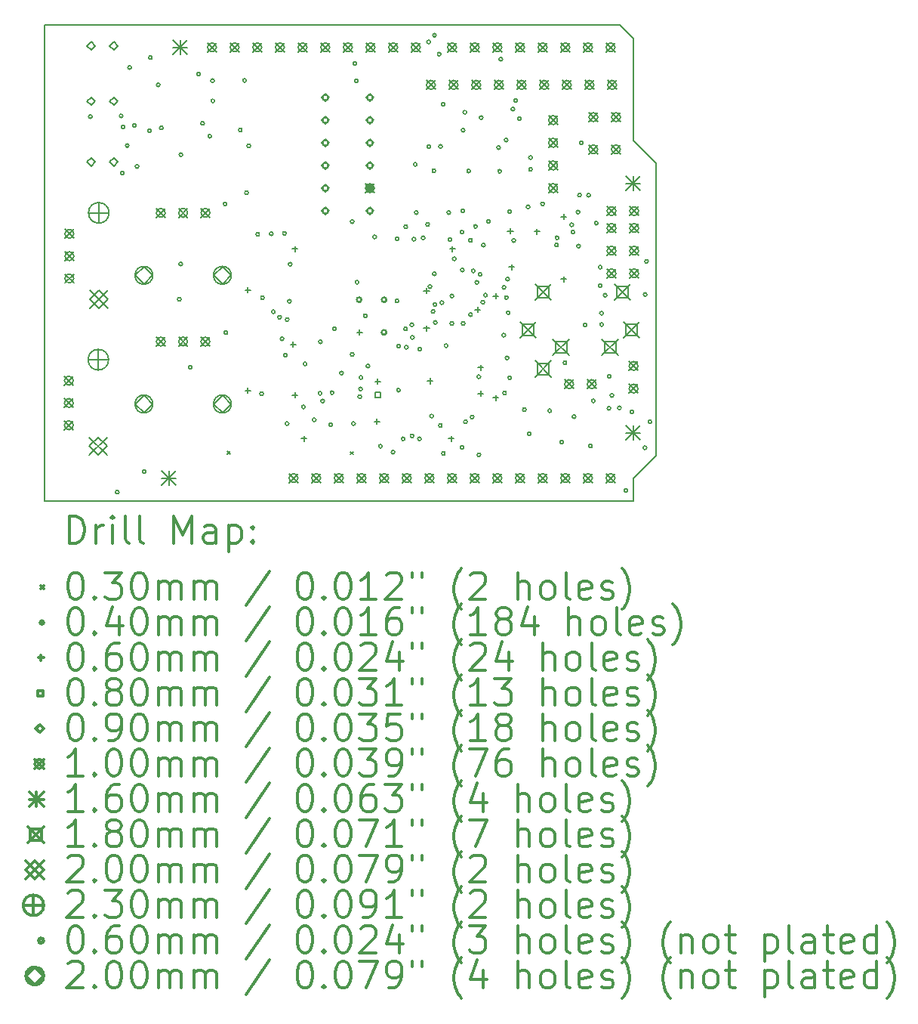
<source format=gbr>
%FSLAX45Y45*%
G04 Gerber Fmt 4.5, Leading zero omitted, Abs format (unit mm)*
G04 Created by KiCad (PCBNEW 5.1.4-e60b266~84~ubuntu16.04.1) date 2019-10-07 18:08:48*
%MOMM*%
%LPD*%
G04 APERTURE LIST*
%ADD10C,0.150000*%
%ADD11C,0.200000*%
%ADD12C,0.300000*%
G04 APERTURE END LIST*
D10*
X10937000Y-13284000D02*
X17541000Y-13284000D01*
X17795000Y-9499400D02*
X17541000Y-9245400D01*
X17795000Y-12776000D02*
X17795000Y-9499400D01*
X17541000Y-8102400D02*
X17388600Y-7950000D01*
X17541000Y-13030000D02*
X17795000Y-12776000D01*
X17541000Y-13284000D02*
X17541000Y-13030000D01*
X17541000Y-9245400D02*
X17541000Y-8102400D01*
X10937000Y-7950000D02*
X10937000Y-13284000D01*
X17388600Y-7950000D02*
X10937000Y-7950000D01*
D11*
X12988000Y-12730000D02*
X13018000Y-12760000D01*
X13018000Y-12730000D02*
X12988000Y-12760000D01*
X14372000Y-12736000D02*
X14402000Y-12766000D01*
X14402000Y-12736000D02*
X14372000Y-12766000D01*
X11472860Y-8979408D02*
G75*
G03X11472860Y-8979408I-20000J0D01*
G01*
X11774000Y-13187000D02*
G75*
G03X11774000Y-13187000I-20000J0D01*
G01*
X11818046Y-8973058D02*
G75*
G03X11818046Y-8973058I-20000J0D01*
G01*
X11832000Y-9612000D02*
G75*
G03X11832000Y-9612000I-20000J0D01*
G01*
X11839382Y-9097010D02*
G75*
G03X11839382Y-9097010I-20000J0D01*
G01*
X11886000Y-9304000D02*
G75*
G03X11886000Y-9304000I-20000J0D01*
G01*
X11913000Y-8430000D02*
G75*
G03X11913000Y-8430000I-20000J0D01*
G01*
X11965112Y-9079738D02*
G75*
G03X11965112Y-9079738I-20000J0D01*
G01*
X11996500Y-9538000D02*
G75*
G03X11996500Y-9538000I-20000J0D01*
G01*
X12076000Y-12956000D02*
G75*
G03X12076000Y-12956000I-20000J0D01*
G01*
X12135000Y-9137000D02*
G75*
G03X12135000Y-9137000I-20000J0D01*
G01*
X12146000Y-8318000D02*
G75*
G03X12146000Y-8318000I-20000J0D01*
G01*
X12234000Y-8624000D02*
G75*
G03X12234000Y-8624000I-20000J0D01*
G01*
X12269000Y-9106000D02*
G75*
G03X12269000Y-9106000I-20000J0D01*
G01*
X12471000Y-11027000D02*
G75*
G03X12471000Y-11027000I-20000J0D01*
G01*
X12486000Y-10632000D02*
G75*
G03X12486000Y-10632000I-20000J0D01*
G01*
X12488154Y-9407154D02*
G75*
G03X12488154Y-9407154I-20000J0D01*
G01*
X12592000Y-11789000D02*
G75*
G03X12592000Y-11789000I-20000J0D01*
G01*
X12684936Y-8503064D02*
G75*
G03X12684936Y-8503064I-20000J0D01*
G01*
X12731000Y-9055000D02*
G75*
G03X12731000Y-9055000I-20000J0D01*
G01*
X12812000Y-9200000D02*
G75*
G03X12812000Y-9200000I-20000J0D01*
G01*
X12843000Y-8577000D02*
G75*
G03X12843000Y-8577000I-20000J0D01*
G01*
X12846000Y-8805000D02*
G75*
G03X12846000Y-8805000I-20000J0D01*
G01*
X12984000Y-9958000D02*
G75*
G03X12984000Y-9958000I-20000J0D01*
G01*
X12992000Y-11401000D02*
G75*
G03X12992000Y-11401000I-20000J0D01*
G01*
X13154000Y-9130000D02*
G75*
G03X13154000Y-9130000I-20000J0D01*
G01*
X13202000Y-8574000D02*
G75*
G03X13202000Y-8574000I-20000J0D01*
G01*
X13225000Y-9833000D02*
G75*
G03X13225000Y-9833000I-20000J0D01*
G01*
X13249000Y-9307000D02*
G75*
G03X13249000Y-9307000I-20000J0D01*
G01*
X13349412Y-10298176D02*
G75*
G03X13349412Y-10298176I-20000J0D01*
G01*
X13394000Y-12084000D02*
G75*
G03X13394000Y-12084000I-20000J0D01*
G01*
X13403000Y-11009000D02*
G75*
G03X13403000Y-11009000I-20000J0D01*
G01*
X13501812Y-10293096D02*
G75*
G03X13501812Y-10293096I-20000J0D01*
G01*
X13524000Y-11167000D02*
G75*
G03X13524000Y-11167000I-20000J0D01*
G01*
X13594715Y-11227900D02*
G75*
G03X13594715Y-11227900I-20000J0D01*
G01*
X13622000Y-11470100D02*
G75*
G03X13622000Y-11470100I-20000J0D01*
G01*
X13649132Y-10288016D02*
G75*
G03X13649132Y-10288016I-20000J0D01*
G01*
X13661000Y-11651000D02*
G75*
G03X13661000Y-11651000I-20000J0D01*
G01*
X13678000Y-12419000D02*
G75*
G03X13678000Y-12419000I-20000J0D01*
G01*
X13680000Y-11254000D02*
G75*
G03X13680000Y-11254000I-20000J0D01*
G01*
X13705000Y-11048000D02*
G75*
G03X13705000Y-11048000I-20000J0D01*
G01*
X13714000Y-10633000D02*
G75*
G03X13714000Y-10633000I-20000J0D01*
G01*
X13862000Y-12232000D02*
G75*
G03X13862000Y-12232000I-20000J0D01*
G01*
X13881000Y-11751000D02*
G75*
G03X13881000Y-11751000I-20000J0D01*
G01*
X13983000Y-12376000D02*
G75*
G03X13983000Y-12376000I-20000J0D01*
G01*
X14049000Y-12079000D02*
G75*
G03X14049000Y-12079000I-20000J0D01*
G01*
X14052230Y-11502390D02*
G75*
G03X14052230Y-11502390I-20000J0D01*
G01*
X14076784Y-12166838D02*
G75*
G03X14076784Y-12166838I-20000J0D01*
G01*
X14169000Y-12430000D02*
G75*
G03X14169000Y-12430000I-20000J0D01*
G01*
X14183878Y-12073558D02*
G75*
G03X14183878Y-12073558I-20000J0D01*
G01*
X14208694Y-11356848D02*
G75*
G03X14208694Y-11356848I-20000J0D01*
G01*
X14288450Y-11852656D02*
G75*
G03X14288450Y-11852656I-20000J0D01*
G01*
X14409100Y-10156444D02*
G75*
G03X14409100Y-10156444I-20000J0D01*
G01*
X14409862Y-11644122D02*
G75*
G03X14409862Y-11644122I-20000J0D01*
G01*
X14423000Y-12419000D02*
G75*
G03X14423000Y-12419000I-20000J0D01*
G01*
X14438564Y-8383016D02*
G75*
G03X14438564Y-8383016I-20000J0D01*
G01*
X14455836Y-8580120D02*
G75*
G03X14455836Y-8580120I-20000J0D01*
G01*
X14464000Y-10835000D02*
G75*
G03X14464000Y-10835000I-20000J0D01*
G01*
X14494505Y-12117495D02*
G75*
G03X14494505Y-12117495I-20000J0D01*
G01*
X14503000Y-12031000D02*
G75*
G03X14503000Y-12031000I-20000J0D01*
G01*
X14506890Y-11903202D02*
G75*
G03X14506890Y-11903202I-20000J0D01*
G01*
X14556000Y-11211000D02*
G75*
G03X14556000Y-11211000I-20000J0D01*
G01*
X14584995Y-11774551D02*
G75*
G03X14584995Y-11774551I-20000J0D01*
G01*
X14662000Y-10328000D02*
G75*
G03X14662000Y-10328000I-20000J0D01*
G01*
X14726000Y-12674000D02*
G75*
G03X14726000Y-12674000I-20000J0D01*
G01*
X14867000Y-12739000D02*
G75*
G03X14867000Y-12739000I-20000J0D01*
G01*
X14911000Y-11045000D02*
G75*
G03X14911000Y-11045000I-20000J0D01*
G01*
X14913000Y-10350000D02*
G75*
G03X14913000Y-10350000I-20000J0D01*
G01*
X14928664Y-12044684D02*
G75*
G03X14928664Y-12044684I-20000J0D01*
G01*
X14931000Y-11551000D02*
G75*
G03X14931000Y-11551000I-20000J0D01*
G01*
X14980000Y-12590000D02*
G75*
G03X14980000Y-12590000I-20000J0D01*
G01*
X15008000Y-11357000D02*
G75*
G03X15008000Y-11357000I-20000J0D01*
G01*
X15009000Y-10214000D02*
G75*
G03X15009000Y-10214000I-20000J0D01*
G01*
X15018000Y-11564000D02*
G75*
G03X15018000Y-11564000I-20000J0D01*
G01*
X15078000Y-11312000D02*
G75*
G03X15078000Y-11312000I-20000J0D01*
G01*
X15080000Y-12557000D02*
G75*
G03X15080000Y-12557000I-20000J0D01*
G01*
X15085000Y-11454000D02*
G75*
G03X15085000Y-11454000I-20000J0D01*
G01*
X15101000Y-10354000D02*
G75*
G03X15101000Y-10354000I-20000J0D01*
G01*
X15116490Y-9515856D02*
G75*
G03X15116490Y-9515856I-20000J0D01*
G01*
X15128682Y-10055860D02*
G75*
G03X15128682Y-10055860I-20000J0D01*
G01*
X15163000Y-12590000D02*
G75*
G03X15163000Y-12590000I-20000J0D01*
G01*
X15166000Y-11587000D02*
G75*
G03X15166000Y-11587000I-20000J0D01*
G01*
X15205000Y-10338000D02*
G75*
G03X15205000Y-10338000I-20000J0D01*
G01*
X15254412Y-10187686D02*
G75*
G03X15254412Y-10187686I-20000J0D01*
G01*
X15265842Y-8142986D02*
G75*
G03X15265842Y-8142986I-20000J0D01*
G01*
X15267874Y-9314180D02*
G75*
G03X15267874Y-9314180I-20000J0D01*
G01*
X15281000Y-10884000D02*
G75*
G03X15281000Y-10884000I-20000J0D01*
G01*
X15300000Y-12335000D02*
G75*
G03X15300000Y-12335000I-20000J0D01*
G01*
X15316000Y-11163000D02*
G75*
G03X15316000Y-11163000I-20000J0D01*
G01*
X15325000Y-9587000D02*
G75*
G03X15325000Y-9587000I-20000J0D01*
G01*
X15331000Y-10742000D02*
G75*
G03X15331000Y-10742000I-20000J0D01*
G01*
X15331882Y-8067548D02*
G75*
G03X15331882Y-8067548I-20000J0D01*
G01*
X15336000Y-11083000D02*
G75*
G03X15336000Y-11083000I-20000J0D01*
G01*
X15341000Y-11285000D02*
G75*
G03X15341000Y-11285000I-20000J0D01*
G01*
X15385222Y-8280400D02*
G75*
G03X15385222Y-8280400I-20000J0D01*
G01*
X15398000Y-12440000D02*
G75*
G03X15398000Y-12440000I-20000J0D01*
G01*
X15399954Y-9314434D02*
G75*
G03X15399954Y-9314434I-20000J0D01*
G01*
X15415000Y-11064000D02*
G75*
G03X15415000Y-11064000I-20000J0D01*
G01*
X15429000Y-8841000D02*
G75*
G03X15429000Y-8841000I-20000J0D01*
G01*
X15432000Y-12753000D02*
G75*
G03X15432000Y-12753000I-20000J0D01*
G01*
X15462000Y-11547000D02*
G75*
G03X15462000Y-11547000I-20000J0D01*
G01*
X15492156Y-10055860D02*
G75*
G03X15492156Y-10055860I-20000J0D01*
G01*
X15506126Y-10357612D02*
G75*
G03X15506126Y-10357612I-20000J0D01*
G01*
X15527000Y-10990000D02*
G75*
G03X15527000Y-10990000I-20000J0D01*
G01*
X15527000Y-11298000D02*
G75*
G03X15527000Y-11298000I-20000J0D01*
G01*
X15554720Y-10574108D02*
G75*
G03X15554720Y-10574108I-20000J0D01*
G01*
X15640000Y-10275000D02*
G75*
G03X15640000Y-10275000I-20000J0D01*
G01*
X15640000Y-12686000D02*
G75*
G03X15640000Y-12686000I-20000J0D01*
G01*
X15644000Y-10698000D02*
G75*
G03X15644000Y-10698000I-20000J0D01*
G01*
X15650398Y-10037572D02*
G75*
G03X15650398Y-10037572I-20000J0D01*
G01*
X15653192Y-9132316D02*
G75*
G03X15653192Y-9132316I-20000J0D01*
G01*
X15654000Y-11298000D02*
G75*
G03X15654000Y-11298000I-20000J0D01*
G01*
X15671988Y-8931148D02*
G75*
G03X15671988Y-8931148I-20000J0D01*
G01*
X15680000Y-12399000D02*
G75*
G03X15680000Y-12399000I-20000J0D01*
G01*
X15715168Y-9589008D02*
G75*
G03X15715168Y-9589008I-20000J0D01*
G01*
X15736000Y-10366000D02*
G75*
G03X15736000Y-10366000I-20000J0D01*
G01*
X15736000Y-11198000D02*
G75*
G03X15736000Y-11198000I-20000J0D01*
G01*
X15754000Y-12346000D02*
G75*
G03X15754000Y-12346000I-20000J0D01*
G01*
X15767000Y-10708000D02*
G75*
G03X15767000Y-10708000I-20000J0D01*
G01*
X15792000Y-10211000D02*
G75*
G03X15792000Y-10211000I-20000J0D01*
G01*
X15808000Y-10838000D02*
G75*
G03X15808000Y-10838000I-20000J0D01*
G01*
X15828816Y-11894784D02*
G75*
G03X15828816Y-11894784I-20000J0D01*
G01*
X15830000Y-12769000D02*
G75*
G03X15830000Y-12769000I-20000J0D01*
G01*
X15843000Y-10749000D02*
G75*
G03X15843000Y-10749000I-20000J0D01*
G01*
X15855000Y-8991000D02*
G75*
G03X15855000Y-8991000I-20000J0D01*
G01*
X15874000Y-11059000D02*
G75*
G03X15874000Y-11059000I-20000J0D01*
G01*
X15881000Y-10420000D02*
G75*
G03X15881000Y-10420000I-20000J0D01*
G01*
X15904000Y-10981000D02*
G75*
G03X15904000Y-10981000I-20000J0D01*
G01*
X15935640Y-10154666D02*
G75*
G03X15935640Y-10154666I-20000J0D01*
G01*
X16051210Y-9327642D02*
G75*
G03X16051210Y-9327642I-20000J0D01*
G01*
X16062894Y-9592310D02*
G75*
G03X16062894Y-9592310I-20000J0D01*
G01*
X16075000Y-8337000D02*
G75*
G03X16075000Y-8337000I-20000J0D01*
G01*
X16108614Y-11428222D02*
G75*
G03X16108614Y-11428222I-20000J0D01*
G01*
X16111154Y-10894060D02*
G75*
G03X16111154Y-10894060I-20000J0D01*
G01*
X16118000Y-12076000D02*
G75*
G03X16118000Y-12076000I-20000J0D01*
G01*
X16135792Y-9243060D02*
G75*
G03X16135792Y-9243060I-20000J0D01*
G01*
X16138618Y-11007382D02*
G75*
G03X16138618Y-11007382I-20000J0D01*
G01*
X16146000Y-11683000D02*
G75*
G03X16146000Y-11683000I-20000J0D01*
G01*
X16151000Y-10800000D02*
G75*
G03X16151000Y-10800000I-20000J0D01*
G01*
X16158906Y-11176508D02*
G75*
G03X16158906Y-11176508I-20000J0D01*
G01*
X16174908Y-10044430D02*
G75*
G03X16174908Y-10044430I-20000J0D01*
G01*
X16174908Y-11904472D02*
G75*
G03X16174908Y-11904472I-20000J0D01*
G01*
X16211000Y-8895000D02*
G75*
G03X16211000Y-8895000I-20000J0D01*
G01*
X16221000Y-10368000D02*
G75*
G03X16221000Y-10368000I-20000J0D01*
G01*
X16241202Y-8798052D02*
G75*
G03X16241202Y-8798052I-20000J0D01*
G01*
X16285000Y-9003000D02*
G75*
G03X16285000Y-9003000I-20000J0D01*
G01*
X16340801Y-12262897D02*
G75*
G03X16340801Y-12262897I-20000J0D01*
G01*
X16382000Y-9991000D02*
G75*
G03X16382000Y-9991000I-20000J0D01*
G01*
X16394872Y-12535408D02*
G75*
G03X16394872Y-12535408I-20000J0D01*
G01*
X16409000Y-9438990D02*
G75*
G03X16409000Y-9438990I-20000J0D01*
G01*
X16409000Y-9571070D02*
G75*
G03X16409000Y-9571070I-20000J0D01*
G01*
X16544478Y-9957816D02*
G75*
G03X16544478Y-9957816I-20000J0D01*
G01*
X16623472Y-12276328D02*
G75*
G03X16623472Y-12276328I-20000J0D01*
G01*
X16700942Y-10418064D02*
G75*
G03X16700942Y-10418064I-20000J0D01*
G01*
X16707000Y-10338000D02*
G75*
G03X16707000Y-10338000I-20000J0D01*
G01*
X16760124Y-12626848D02*
G75*
G03X16760124Y-12626848I-20000J0D01*
G01*
X16795176Y-11737340D02*
G75*
G03X16795176Y-11737340I-20000J0D01*
G01*
X16870360Y-10192512D02*
G75*
G03X16870360Y-10192512I-20000J0D01*
G01*
X16884076Y-10274300D02*
G75*
G03X16884076Y-10274300I-20000J0D01*
G01*
X16896776Y-12340336D02*
G75*
G03X16896776Y-12340336I-20000J0D01*
G01*
X16942496Y-10049510D02*
G75*
G03X16942496Y-10049510I-20000J0D01*
G01*
X16947830Y-10430510D02*
G75*
G03X16947830Y-10430510I-20000J0D01*
G01*
X16959000Y-9859000D02*
G75*
G03X16959000Y-9859000I-20000J0D01*
G01*
X16977000Y-9274000D02*
G75*
G03X16977000Y-9274000I-20000J0D01*
G01*
X17020000Y-11316000D02*
G75*
G03X17020000Y-11316000I-20000J0D01*
G01*
X17061000Y-9861000D02*
G75*
G03X17061000Y-9861000I-20000J0D01*
G01*
X17081180Y-12671044D02*
G75*
G03X17081180Y-12671044I-20000J0D01*
G01*
X17113692Y-12166092D02*
G75*
G03X17113692Y-12166092I-20000J0D01*
G01*
X17147220Y-10173716D02*
G75*
G03X17147220Y-10173716I-20000J0D01*
G01*
X17190000Y-10873000D02*
G75*
G03X17190000Y-10873000I-20000J0D01*
G01*
X17190654Y-10667492D02*
G75*
G03X17190654Y-10667492I-20000J0D01*
G01*
X17206000Y-11183000D02*
G75*
G03X17206000Y-11183000I-20000J0D01*
G01*
X17206000Y-11309000D02*
G75*
G03X17206000Y-11309000I-20000J0D01*
G01*
X17246000Y-10981000D02*
G75*
G03X17246000Y-10981000I-20000J0D01*
G01*
X17288444Y-12248388D02*
G75*
G03X17288444Y-12248388I-20000J0D01*
G01*
X17293016Y-11890756D02*
G75*
G03X17293016Y-11890756I-20000J0D01*
G01*
X17322000Y-12103000D02*
G75*
G03X17322000Y-12103000I-20000J0D01*
G01*
X17406000Y-12243000D02*
G75*
G03X17406000Y-12243000I-20000J0D01*
G01*
X17478500Y-13167500D02*
G75*
G03X17478500Y-13167500I-20000J0D01*
G01*
X17547016Y-12286488D02*
G75*
G03X17547016Y-12286488I-20000J0D01*
G01*
X17691978Y-12690022D02*
G75*
G03X17691978Y-12690022I-20000J0D01*
G01*
X17694336Y-10972292D02*
G75*
G03X17694336Y-10972292I-20000J0D01*
G01*
X17709576Y-10601960D02*
G75*
G03X17709576Y-10601960I-20000J0D01*
G01*
X17748000Y-12400000D02*
G75*
G03X17748000Y-12400000I-20000J0D01*
G01*
X13219000Y-10893000D02*
X13219000Y-10953000D01*
X13189000Y-10923000D02*
X13249000Y-10923000D01*
X13219000Y-12019000D02*
X13219000Y-12079000D01*
X13189000Y-12049000D02*
X13249000Y-12049000D01*
X13726000Y-11501000D02*
X13726000Y-11561000D01*
X13696000Y-11531000D02*
X13756000Y-11531000D01*
X13747000Y-12070000D02*
X13747000Y-12130000D01*
X13717000Y-12100000D02*
X13777000Y-12100000D01*
X13748000Y-10431000D02*
X13748000Y-10491000D01*
X13718000Y-10461000D02*
X13778000Y-10461000D01*
X13848000Y-12555000D02*
X13848000Y-12615000D01*
X13818000Y-12585000D02*
X13878000Y-12585000D01*
X14472000Y-11368200D02*
X14472000Y-11428200D01*
X14442000Y-11398200D02*
X14502000Y-11398200D01*
X14668000Y-12366000D02*
X14668000Y-12426000D01*
X14638000Y-12396000D02*
X14698000Y-12396000D01*
X14675000Y-11918000D02*
X14675000Y-11978000D01*
X14645000Y-11948000D02*
X14705000Y-11948000D01*
X15223000Y-10902000D02*
X15223000Y-10962000D01*
X15193000Y-10932000D02*
X15253000Y-10932000D01*
X15223000Y-11321000D02*
X15223000Y-11381000D01*
X15193000Y-11351000D02*
X15253000Y-11351000D01*
X15262000Y-11911000D02*
X15262000Y-11971000D01*
X15232000Y-11941000D02*
X15292000Y-11941000D01*
X15502000Y-12555000D02*
X15502000Y-12615000D01*
X15472000Y-12585000D02*
X15532000Y-12585000D01*
X15513000Y-10431000D02*
X15513000Y-10491000D01*
X15483000Y-10461000D02*
X15543000Y-10461000D01*
X15797000Y-11112000D02*
X15797000Y-11172000D01*
X15767000Y-11142000D02*
X15827000Y-11142000D01*
X15830000Y-11761000D02*
X15830000Y-11821000D01*
X15800000Y-11791000D02*
X15860000Y-11791000D01*
X15830000Y-12051000D02*
X15830000Y-12111000D01*
X15800000Y-12081000D02*
X15860000Y-12081000D01*
X15998000Y-10959000D02*
X15998000Y-11019000D01*
X15968000Y-10989000D02*
X16028000Y-10989000D01*
X15998000Y-12098000D02*
X15998000Y-12158000D01*
X15968000Y-12128000D02*
X16028000Y-12128000D01*
X16163036Y-10232362D02*
X16163036Y-10292362D01*
X16133036Y-10262362D02*
X16193036Y-10262362D01*
X16178784Y-10634444D02*
X16178784Y-10694444D01*
X16148784Y-10664444D02*
X16208784Y-10664444D01*
X16463140Y-10235414D02*
X16463140Y-10295414D01*
X16433140Y-10265414D02*
X16493140Y-10265414D01*
X16761968Y-10071072D02*
X16761968Y-10131072D01*
X16731968Y-10101072D02*
X16791968Y-10101072D01*
X16761968Y-10771858D02*
X16761968Y-10831858D01*
X16731968Y-10801858D02*
X16791968Y-10801858D01*
X14702880Y-12126812D02*
X14702880Y-12070243D01*
X14646311Y-12070243D01*
X14646311Y-12126812D01*
X14702880Y-12126812D01*
X14115884Y-8793285D02*
X14115884Y-8736716D01*
X14059315Y-8736716D01*
X14059315Y-8793285D01*
X14115884Y-8793285D01*
X14615884Y-8793285D02*
X14615884Y-8736716D01*
X14559315Y-8736716D01*
X14559315Y-8793285D01*
X14615884Y-8793285D01*
X14115884Y-9555285D02*
X14115884Y-9498716D01*
X14059315Y-9498716D01*
X14059315Y-9555285D01*
X14115884Y-9555285D01*
X14615884Y-9555285D02*
X14615884Y-9498716D01*
X14559315Y-9498716D01*
X14559315Y-9555285D01*
X14615884Y-9555285D01*
X14115884Y-10063285D02*
X14115884Y-10006716D01*
X14059315Y-10006716D01*
X14059315Y-10063285D01*
X14115884Y-10063285D01*
X14615884Y-10063285D02*
X14615884Y-10006716D01*
X14559315Y-10006716D01*
X14559315Y-10063285D01*
X14615884Y-10063285D01*
X14115884Y-9047285D02*
X14115884Y-8990716D01*
X14059315Y-8990716D01*
X14059315Y-9047285D01*
X14115884Y-9047285D01*
X14615884Y-9047285D02*
X14615884Y-8990716D01*
X14559315Y-8990716D01*
X14559315Y-9047285D01*
X14615884Y-9047285D01*
X14115884Y-9809285D02*
X14115884Y-9752716D01*
X14059315Y-9752716D01*
X14059315Y-9809285D01*
X14115884Y-9809285D01*
X14615884Y-9809285D02*
X14615884Y-9752716D01*
X14559315Y-9752716D01*
X14559315Y-9809285D01*
X14615884Y-9809285D01*
X14115884Y-9301285D02*
X14115884Y-9244716D01*
X14059315Y-9244716D01*
X14059315Y-9301285D01*
X14115884Y-9301285D01*
X14615884Y-9301285D02*
X14615884Y-9244716D01*
X14559315Y-9244716D01*
X14559315Y-9301285D01*
X14615884Y-9301285D01*
X11460000Y-8853000D02*
X11505000Y-8808000D01*
X11460000Y-8763000D01*
X11415000Y-8808000D01*
X11460000Y-8853000D01*
X11714000Y-8853000D02*
X11759000Y-8808000D01*
X11714000Y-8763000D01*
X11669000Y-8808000D01*
X11714000Y-8853000D01*
X14087600Y-8810000D02*
X14132600Y-8765000D01*
X14087600Y-8720000D01*
X14042600Y-8765000D01*
X14087600Y-8810000D01*
X14087600Y-9064000D02*
X14132600Y-9019000D01*
X14087600Y-8974000D01*
X14042600Y-9019000D01*
X14087600Y-9064000D01*
X14087600Y-9318000D02*
X14132600Y-9273000D01*
X14087600Y-9228000D01*
X14042600Y-9273000D01*
X14087600Y-9318000D01*
X14087600Y-9572000D02*
X14132600Y-9527000D01*
X14087600Y-9482000D01*
X14042600Y-9527000D01*
X14087600Y-9572000D01*
X14087600Y-9826000D02*
X14132600Y-9781000D01*
X14087600Y-9736000D01*
X14042600Y-9781000D01*
X14087600Y-9826000D01*
X14087600Y-10080000D02*
X14132600Y-10035000D01*
X14087600Y-9990000D01*
X14042600Y-10035000D01*
X14087600Y-10080000D01*
X14587600Y-8810000D02*
X14632600Y-8765000D01*
X14587600Y-8720000D01*
X14542600Y-8765000D01*
X14587600Y-8810000D01*
X14587600Y-9064000D02*
X14632600Y-9019000D01*
X14587600Y-8974000D01*
X14542600Y-9019000D01*
X14587600Y-9064000D01*
X14587600Y-9318000D02*
X14632600Y-9273000D01*
X14587600Y-9228000D01*
X14542600Y-9273000D01*
X14587600Y-9318000D01*
X14587600Y-9572000D02*
X14632600Y-9527000D01*
X14587600Y-9482000D01*
X14542600Y-9527000D01*
X14587600Y-9572000D01*
X14587600Y-9826000D02*
X14632600Y-9781000D01*
X14587600Y-9736000D01*
X14542600Y-9781000D01*
X14587600Y-9826000D01*
X14587600Y-10080000D02*
X14632600Y-10035000D01*
X14587600Y-9990000D01*
X14542600Y-10035000D01*
X14587600Y-10080000D01*
X11460000Y-9534000D02*
X11505000Y-9489000D01*
X11460000Y-9444000D01*
X11415000Y-9489000D01*
X11460000Y-9534000D01*
X11714000Y-9534000D02*
X11759000Y-9489000D01*
X11714000Y-9444000D01*
X11669000Y-9489000D01*
X11714000Y-9534000D01*
X11460000Y-8232000D02*
X11505000Y-8187000D01*
X11460000Y-8142000D01*
X11415000Y-8187000D01*
X11460000Y-8232000D01*
X11714000Y-8232000D02*
X11759000Y-8187000D01*
X11714000Y-8142000D01*
X11669000Y-8187000D01*
X11714000Y-8232000D01*
X17044000Y-8936000D02*
X17144000Y-9036000D01*
X17144000Y-8936000D02*
X17044000Y-9036000D01*
X17144000Y-8986000D02*
G75*
G03X17144000Y-8986000I-50000J0D01*
G01*
X17298000Y-8936000D02*
X17398000Y-9036000D01*
X17398000Y-8936000D02*
X17298000Y-9036000D01*
X17398000Y-8986000D02*
G75*
G03X17398000Y-8986000I-50000J0D01*
G01*
X12193000Y-10008000D02*
X12293000Y-10108000D01*
X12293000Y-10008000D02*
X12193000Y-10108000D01*
X12293000Y-10058000D02*
G75*
G03X12293000Y-10058000I-50000J0D01*
G01*
X12443000Y-10008000D02*
X12543000Y-10108000D01*
X12543000Y-10008000D02*
X12443000Y-10108000D01*
X12543000Y-10058000D02*
G75*
G03X12543000Y-10058000I-50000J0D01*
G01*
X12693000Y-10008000D02*
X12793000Y-10108000D01*
X12793000Y-10008000D02*
X12693000Y-10108000D01*
X12793000Y-10058000D02*
G75*
G03X12793000Y-10058000I-50000J0D01*
G01*
X11162000Y-11888000D02*
X11262000Y-11988000D01*
X11262000Y-11888000D02*
X11162000Y-11988000D01*
X11262000Y-11938000D02*
G75*
G03X11262000Y-11938000I-50000J0D01*
G01*
X11162000Y-12138000D02*
X11262000Y-12238000D01*
X11262000Y-12138000D02*
X11162000Y-12238000D01*
X11262000Y-12188000D02*
G75*
G03X11262000Y-12188000I-50000J0D01*
G01*
X11162000Y-12388000D02*
X11262000Y-12488000D01*
X11262000Y-12388000D02*
X11162000Y-12488000D01*
X11262000Y-12438000D02*
G75*
G03X11262000Y-12438000I-50000J0D01*
G01*
X12193000Y-11449800D02*
X12293000Y-11549800D01*
X12293000Y-11449800D02*
X12193000Y-11549800D01*
X12293000Y-11499800D02*
G75*
G03X12293000Y-11499800I-50000J0D01*
G01*
X12443000Y-11449800D02*
X12543000Y-11549800D01*
X12543000Y-11449800D02*
X12443000Y-11549800D01*
X12543000Y-11499800D02*
G75*
G03X12543000Y-11499800I-50000J0D01*
G01*
X12693000Y-11449800D02*
X12793000Y-11549800D01*
X12793000Y-11449800D02*
X12693000Y-11549800D01*
X12793000Y-11499800D02*
G75*
G03X12793000Y-11499800I-50000J0D01*
G01*
X13681000Y-12980000D02*
X13781000Y-13080000D01*
X13781000Y-12980000D02*
X13681000Y-13080000D01*
X13781000Y-13030000D02*
G75*
G03X13781000Y-13030000I-50000J0D01*
G01*
X13935000Y-12980000D02*
X14035000Y-13080000D01*
X14035000Y-12980000D02*
X13935000Y-13080000D01*
X14035000Y-13030000D02*
G75*
G03X14035000Y-13030000I-50000J0D01*
G01*
X14189000Y-12980000D02*
X14289000Y-13080000D01*
X14289000Y-12980000D02*
X14189000Y-13080000D01*
X14289000Y-13030000D02*
G75*
G03X14289000Y-13030000I-50000J0D01*
G01*
X14443000Y-12980000D02*
X14543000Y-13080000D01*
X14543000Y-12980000D02*
X14443000Y-13080000D01*
X14543000Y-13030000D02*
G75*
G03X14543000Y-13030000I-50000J0D01*
G01*
X14697000Y-12980000D02*
X14797000Y-13080000D01*
X14797000Y-12980000D02*
X14697000Y-13080000D01*
X14797000Y-13030000D02*
G75*
G03X14797000Y-13030000I-50000J0D01*
G01*
X14951000Y-12980000D02*
X15051000Y-13080000D01*
X15051000Y-12980000D02*
X14951000Y-13080000D01*
X15051000Y-13030000D02*
G75*
G03X15051000Y-13030000I-50000J0D01*
G01*
X15205000Y-12980000D02*
X15305000Y-13080000D01*
X15305000Y-12980000D02*
X15205000Y-13080000D01*
X15305000Y-13030000D02*
G75*
G03X15305000Y-13030000I-50000J0D01*
G01*
X15459000Y-12980000D02*
X15559000Y-13080000D01*
X15559000Y-12980000D02*
X15459000Y-13080000D01*
X15559000Y-13030000D02*
G75*
G03X15559000Y-13030000I-50000J0D01*
G01*
X15713000Y-12980000D02*
X15813000Y-13080000D01*
X15813000Y-12980000D02*
X15713000Y-13080000D01*
X15813000Y-13030000D02*
G75*
G03X15813000Y-13030000I-50000J0D01*
G01*
X17043000Y-9297000D02*
X17143000Y-9397000D01*
X17143000Y-9297000D02*
X17043000Y-9397000D01*
X17143000Y-9347000D02*
G75*
G03X17143000Y-9347000I-50000J0D01*
G01*
X17297000Y-9297000D02*
X17397000Y-9397000D01*
X17397000Y-9297000D02*
X17297000Y-9397000D01*
X17397000Y-9347000D02*
G75*
G03X17397000Y-9347000I-50000J0D01*
G01*
X15459000Y-8154000D02*
X15559000Y-8254000D01*
X15559000Y-8154000D02*
X15459000Y-8254000D01*
X15559000Y-8204000D02*
G75*
G03X15559000Y-8204000I-50000J0D01*
G01*
X15713000Y-8154000D02*
X15813000Y-8254000D01*
X15813000Y-8154000D02*
X15713000Y-8254000D01*
X15813000Y-8204000D02*
G75*
G03X15813000Y-8204000I-50000J0D01*
G01*
X15967000Y-8154000D02*
X16067000Y-8254000D01*
X16067000Y-8154000D02*
X15967000Y-8254000D01*
X16067000Y-8204000D02*
G75*
G03X16067000Y-8204000I-50000J0D01*
G01*
X16221000Y-8154000D02*
X16321000Y-8254000D01*
X16321000Y-8154000D02*
X16221000Y-8254000D01*
X16321000Y-8204000D02*
G75*
G03X16321000Y-8204000I-50000J0D01*
G01*
X16475000Y-8154000D02*
X16575000Y-8254000D01*
X16575000Y-8154000D02*
X16475000Y-8254000D01*
X16575000Y-8204000D02*
G75*
G03X16575000Y-8204000I-50000J0D01*
G01*
X16729000Y-8154000D02*
X16829000Y-8254000D01*
X16829000Y-8154000D02*
X16729000Y-8254000D01*
X16829000Y-8204000D02*
G75*
G03X16829000Y-8204000I-50000J0D01*
G01*
X16983000Y-8154000D02*
X17083000Y-8254000D01*
X17083000Y-8154000D02*
X16983000Y-8254000D01*
X17083000Y-8204000D02*
G75*
G03X17083000Y-8204000I-50000J0D01*
G01*
X17237000Y-8154000D02*
X17337000Y-8254000D01*
X17337000Y-8154000D02*
X17237000Y-8254000D01*
X17337000Y-8204000D02*
G75*
G03X17337000Y-8204000I-50000J0D01*
G01*
X15221496Y-8573808D02*
X15321496Y-8673808D01*
X15321496Y-8573808D02*
X15221496Y-8673808D01*
X15321496Y-8623808D02*
G75*
G03X15321496Y-8623808I-50000J0D01*
G01*
X15475496Y-8573808D02*
X15575496Y-8673808D01*
X15575496Y-8573808D02*
X15475496Y-8673808D01*
X15575496Y-8623808D02*
G75*
G03X15575496Y-8623808I-50000J0D01*
G01*
X15729496Y-8573808D02*
X15829496Y-8673808D01*
X15829496Y-8573808D02*
X15729496Y-8673808D01*
X15829496Y-8623808D02*
G75*
G03X15829496Y-8623808I-50000J0D01*
G01*
X15983496Y-8573808D02*
X16083496Y-8673808D01*
X16083496Y-8573808D02*
X15983496Y-8673808D01*
X16083496Y-8623808D02*
G75*
G03X16083496Y-8623808I-50000J0D01*
G01*
X16237496Y-8573808D02*
X16337496Y-8673808D01*
X16337496Y-8573808D02*
X16237496Y-8673808D01*
X16337496Y-8623808D02*
G75*
G03X16337496Y-8623808I-50000J0D01*
G01*
X16491496Y-8573808D02*
X16591496Y-8673808D01*
X16591496Y-8573808D02*
X16491496Y-8673808D01*
X16591496Y-8623808D02*
G75*
G03X16591496Y-8623808I-50000J0D01*
G01*
X16745496Y-8573808D02*
X16845496Y-8673808D01*
X16845496Y-8573808D02*
X16745496Y-8673808D01*
X16845496Y-8623808D02*
G75*
G03X16845496Y-8623808I-50000J0D01*
G01*
X16999496Y-8573808D02*
X17099496Y-8673808D01*
X17099496Y-8573808D02*
X16999496Y-8673808D01*
X17099496Y-8623808D02*
G75*
G03X17099496Y-8623808I-50000J0D01*
G01*
X17253496Y-8573808D02*
X17353496Y-8673808D01*
X17353496Y-8573808D02*
X17253496Y-8673808D01*
X17353496Y-8623808D02*
G75*
G03X17353496Y-8623808I-50000J0D01*
G01*
X15967000Y-12980000D02*
X16067000Y-13080000D01*
X16067000Y-12980000D02*
X15967000Y-13080000D01*
X16067000Y-13030000D02*
G75*
G03X16067000Y-13030000I-50000J0D01*
G01*
X16221000Y-12980000D02*
X16321000Y-13080000D01*
X16321000Y-12980000D02*
X16221000Y-13080000D01*
X16321000Y-13030000D02*
G75*
G03X16321000Y-13030000I-50000J0D01*
G01*
X16475000Y-12980000D02*
X16575000Y-13080000D01*
X16575000Y-12980000D02*
X16475000Y-13080000D01*
X16575000Y-13030000D02*
G75*
G03X16575000Y-13030000I-50000J0D01*
G01*
X16729000Y-12980000D02*
X16829000Y-13080000D01*
X16829000Y-12980000D02*
X16729000Y-13080000D01*
X16829000Y-13030000D02*
G75*
G03X16829000Y-13030000I-50000J0D01*
G01*
X16983000Y-12980000D02*
X17083000Y-13080000D01*
X17083000Y-12980000D02*
X16983000Y-13080000D01*
X17083000Y-13030000D02*
G75*
G03X17083000Y-13030000I-50000J0D01*
G01*
X17237000Y-12980000D02*
X17337000Y-13080000D01*
X17337000Y-12980000D02*
X17237000Y-13080000D01*
X17337000Y-13030000D02*
G75*
G03X17337000Y-13030000I-50000J0D01*
G01*
X16771658Y-11926354D02*
X16871658Y-12026354D01*
X16871658Y-11926354D02*
X16771658Y-12026354D01*
X16871658Y-11976354D02*
G75*
G03X16871658Y-11976354I-50000J0D01*
G01*
X17025658Y-11926354D02*
X17125658Y-12026354D01*
X17125658Y-11926354D02*
X17025658Y-12026354D01*
X17125658Y-11976354D02*
G75*
G03X17125658Y-11976354I-50000J0D01*
G01*
X11167000Y-10243000D02*
X11267000Y-10343000D01*
X11267000Y-10243000D02*
X11167000Y-10343000D01*
X11267000Y-10293000D02*
G75*
G03X11267000Y-10293000I-50000J0D01*
G01*
X11167000Y-10493000D02*
X11267000Y-10593000D01*
X11267000Y-10493000D02*
X11167000Y-10593000D01*
X11267000Y-10543000D02*
G75*
G03X11267000Y-10543000I-50000J0D01*
G01*
X11167000Y-10743000D02*
X11267000Y-10843000D01*
X11267000Y-10743000D02*
X11167000Y-10843000D01*
X11267000Y-10793000D02*
G75*
G03X11267000Y-10793000I-50000J0D01*
G01*
X17248000Y-10178000D02*
X17348000Y-10278000D01*
X17348000Y-10178000D02*
X17248000Y-10278000D01*
X17348000Y-10228000D02*
G75*
G03X17348000Y-10228000I-50000J0D01*
G01*
X17248000Y-10432000D02*
X17348000Y-10532000D01*
X17348000Y-10432000D02*
X17248000Y-10532000D01*
X17348000Y-10482000D02*
G75*
G03X17348000Y-10482000I-50000J0D01*
G01*
X17248000Y-10686000D02*
X17348000Y-10786000D01*
X17348000Y-10686000D02*
X17248000Y-10786000D01*
X17348000Y-10736000D02*
G75*
G03X17348000Y-10736000I-50000J0D01*
G01*
X17502000Y-10178000D02*
X17602000Y-10278000D01*
X17602000Y-10178000D02*
X17502000Y-10278000D01*
X17602000Y-10228000D02*
G75*
G03X17602000Y-10228000I-50000J0D01*
G01*
X17502000Y-10432000D02*
X17602000Y-10532000D01*
X17602000Y-10432000D02*
X17502000Y-10532000D01*
X17602000Y-10482000D02*
G75*
G03X17602000Y-10482000I-50000J0D01*
G01*
X17502000Y-10686000D02*
X17602000Y-10786000D01*
X17602000Y-10686000D02*
X17502000Y-10786000D01*
X17602000Y-10736000D02*
G75*
G03X17602000Y-10736000I-50000J0D01*
G01*
X17495000Y-11723000D02*
X17595000Y-11823000D01*
X17595000Y-11723000D02*
X17495000Y-11823000D01*
X17595000Y-11773000D02*
G75*
G03X17595000Y-11773000I-50000J0D01*
G01*
X17495000Y-11977000D02*
X17595000Y-12077000D01*
X17595000Y-11977000D02*
X17495000Y-12077000D01*
X17595000Y-12027000D02*
G75*
G03X17595000Y-12027000I-50000J0D01*
G01*
X12766600Y-8154000D02*
X12866600Y-8254000D01*
X12866600Y-8154000D02*
X12766600Y-8254000D01*
X12866600Y-8204000D02*
G75*
G03X12866600Y-8204000I-50000J0D01*
G01*
X13020600Y-8154000D02*
X13120600Y-8254000D01*
X13120600Y-8154000D02*
X13020600Y-8254000D01*
X13120600Y-8204000D02*
G75*
G03X13120600Y-8204000I-50000J0D01*
G01*
X13274600Y-8154000D02*
X13374600Y-8254000D01*
X13374600Y-8154000D02*
X13274600Y-8254000D01*
X13374600Y-8204000D02*
G75*
G03X13374600Y-8204000I-50000J0D01*
G01*
X13528600Y-8154000D02*
X13628600Y-8254000D01*
X13628600Y-8154000D02*
X13528600Y-8254000D01*
X13628600Y-8204000D02*
G75*
G03X13628600Y-8204000I-50000J0D01*
G01*
X13782600Y-8154000D02*
X13882600Y-8254000D01*
X13882600Y-8154000D02*
X13782600Y-8254000D01*
X13882600Y-8204000D02*
G75*
G03X13882600Y-8204000I-50000J0D01*
G01*
X14036600Y-8154000D02*
X14136600Y-8254000D01*
X14136600Y-8154000D02*
X14036600Y-8254000D01*
X14136600Y-8204000D02*
G75*
G03X14136600Y-8204000I-50000J0D01*
G01*
X14290600Y-8154000D02*
X14390600Y-8254000D01*
X14390600Y-8154000D02*
X14290600Y-8254000D01*
X14390600Y-8204000D02*
G75*
G03X14390600Y-8204000I-50000J0D01*
G01*
X14544600Y-8154000D02*
X14644600Y-8254000D01*
X14644600Y-8154000D02*
X14544600Y-8254000D01*
X14644600Y-8204000D02*
G75*
G03X14644600Y-8204000I-50000J0D01*
G01*
X14798600Y-8154000D02*
X14898600Y-8254000D01*
X14898600Y-8154000D02*
X14798600Y-8254000D01*
X14898600Y-8204000D02*
G75*
G03X14898600Y-8204000I-50000J0D01*
G01*
X15052600Y-8154000D02*
X15152600Y-8254000D01*
X15152600Y-8154000D02*
X15052600Y-8254000D01*
X15152600Y-8204000D02*
G75*
G03X15152600Y-8204000I-50000J0D01*
G01*
X17248000Y-9988000D02*
X17348000Y-10088000D01*
X17348000Y-9988000D02*
X17248000Y-10088000D01*
X17348000Y-10038000D02*
G75*
G03X17348000Y-10038000I-50000J0D01*
G01*
X17502000Y-9988000D02*
X17602000Y-10088000D01*
X17602000Y-9988000D02*
X17502000Y-10088000D01*
X17602000Y-10038000D02*
G75*
G03X17602000Y-10038000I-50000J0D01*
G01*
X14537600Y-9731000D02*
X14637600Y-9831000D01*
X14637600Y-9731000D02*
X14537600Y-9831000D01*
X14637600Y-9781000D02*
G75*
G03X14637600Y-9781000I-50000J0D01*
G01*
X16593000Y-9731000D02*
X16693000Y-9831000D01*
X16693000Y-9731000D02*
X16593000Y-9831000D01*
X16693000Y-9781000D02*
G75*
G03X16693000Y-9781000I-50000J0D01*
G01*
X16593000Y-8969000D02*
X16693000Y-9069000D01*
X16693000Y-8969000D02*
X16593000Y-9069000D01*
X16693000Y-9019000D02*
G75*
G03X16693000Y-9019000I-50000J0D01*
G01*
X16593000Y-9223000D02*
X16693000Y-9323000D01*
X16693000Y-9223000D02*
X16593000Y-9323000D01*
X16693000Y-9273000D02*
G75*
G03X16693000Y-9273000I-50000J0D01*
G01*
X16593000Y-9477000D02*
X16693000Y-9577000D01*
X16693000Y-9477000D02*
X16593000Y-9577000D01*
X16693000Y-9527000D02*
G75*
G03X16693000Y-9527000I-50000J0D01*
G01*
X16593000Y-9731000D02*
X16693000Y-9831000D01*
X16693000Y-9731000D02*
X16593000Y-9831000D01*
X16693000Y-9781000D02*
G75*
G03X16693000Y-9781000I-50000J0D01*
G01*
X17461000Y-9648000D02*
X17621000Y-9808000D01*
X17621000Y-9648000D02*
X17461000Y-9808000D01*
X17541000Y-9648000D02*
X17541000Y-9808000D01*
X17461000Y-9728000D02*
X17621000Y-9728000D01*
X17461000Y-12442000D02*
X17621000Y-12602000D01*
X17621000Y-12442000D02*
X17461000Y-12602000D01*
X17541000Y-12442000D02*
X17541000Y-12602000D01*
X17461000Y-12522000D02*
X17621000Y-12522000D01*
X12254000Y-12950000D02*
X12414000Y-13110000D01*
X12414000Y-12950000D02*
X12254000Y-13110000D01*
X12334000Y-12950000D02*
X12334000Y-13110000D01*
X12254000Y-13030000D02*
X12414000Y-13030000D01*
X12381000Y-8124000D02*
X12541000Y-8284000D01*
X12541000Y-8124000D02*
X12381000Y-8284000D01*
X12461000Y-8124000D02*
X12461000Y-8284000D01*
X12381000Y-8204000D02*
X12541000Y-8204000D01*
X16271000Y-11277000D02*
X16451000Y-11457000D01*
X16451000Y-11277000D02*
X16271000Y-11457000D01*
X16424640Y-11430640D02*
X16424640Y-11303360D01*
X16297360Y-11303360D01*
X16297360Y-11430640D01*
X16424640Y-11430640D01*
X16441000Y-10858000D02*
X16621000Y-11038000D01*
X16621000Y-10858000D02*
X16441000Y-11038000D01*
X16594640Y-11011640D02*
X16594640Y-10884360D01*
X16467360Y-10884360D01*
X16467360Y-11011640D01*
X16594640Y-11011640D01*
X16441000Y-11716000D02*
X16621000Y-11896000D01*
X16621000Y-11716000D02*
X16441000Y-11896000D01*
X16594640Y-11869640D02*
X16594640Y-11742360D01*
X16467360Y-11742360D01*
X16467360Y-11869640D01*
X16594640Y-11869640D01*
X16641000Y-11477000D02*
X16821000Y-11657000D01*
X16821000Y-11477000D02*
X16641000Y-11657000D01*
X16794640Y-11630640D02*
X16794640Y-11503360D01*
X16667360Y-11503360D01*
X16667360Y-11630640D01*
X16794640Y-11630640D01*
X17191000Y-11477000D02*
X17371000Y-11657000D01*
X17371000Y-11477000D02*
X17191000Y-11657000D01*
X17344640Y-11630640D02*
X17344640Y-11503360D01*
X17217360Y-11503360D01*
X17217360Y-11630640D01*
X17344640Y-11630640D01*
X17331000Y-10858000D02*
X17511000Y-11038000D01*
X17511000Y-10858000D02*
X17331000Y-11038000D01*
X17484640Y-11011640D02*
X17484640Y-10884360D01*
X17357360Y-10884360D01*
X17357360Y-11011640D01*
X17484640Y-11011640D01*
X17431000Y-11277000D02*
X17611000Y-11457000D01*
X17611000Y-11277000D02*
X17431000Y-11457000D01*
X17584640Y-11430640D02*
X17584640Y-11303360D01*
X17457360Y-11303360D01*
X17457360Y-11430640D01*
X17584640Y-11430640D01*
X11447000Y-10928000D02*
X11647000Y-11128000D01*
X11647000Y-10928000D02*
X11447000Y-11128000D01*
X11547000Y-11128000D02*
X11647000Y-11028000D01*
X11547000Y-10928000D01*
X11447000Y-11028000D01*
X11547000Y-11128000D01*
X11442000Y-12573000D02*
X11642000Y-12773000D01*
X11642000Y-12573000D02*
X11442000Y-12773000D01*
X11542000Y-12773000D02*
X11642000Y-12673000D01*
X11542000Y-12573000D01*
X11442000Y-12673000D01*
X11542000Y-12773000D01*
X11547000Y-9943000D02*
X11547000Y-10173000D01*
X11432000Y-10058000D02*
X11662000Y-10058000D01*
X11662000Y-10058000D02*
G75*
G03X11662000Y-10058000I-115000J0D01*
G01*
X11542000Y-11588000D02*
X11542000Y-11818000D01*
X11427000Y-11703000D02*
X11657000Y-11703000D01*
X11657000Y-11703000D02*
G75*
G03X11657000Y-11703000I-115000J0D01*
G01*
X14488213Y-11053013D02*
X14488213Y-11010587D01*
X14445787Y-11010587D01*
X14445787Y-11053013D01*
X14488213Y-11053013D01*
X14497000Y-11031800D02*
G75*
G03X14497000Y-11031800I-30000J0D01*
G01*
X14768213Y-11053013D02*
X14768213Y-11010587D01*
X14725787Y-11010587D01*
X14725787Y-11053013D01*
X14768213Y-11053013D01*
X14777000Y-11031800D02*
G75*
G03X14777000Y-11031800I-30000J0D01*
G01*
X14768213Y-11419413D02*
X14768213Y-11376987D01*
X14725787Y-11376987D01*
X14725787Y-11419413D01*
X14768213Y-11419413D01*
X14777000Y-11398200D02*
G75*
G03X14777000Y-11398200I-30000J0D01*
G01*
X12053000Y-10858000D02*
X12153000Y-10758000D01*
X12053000Y-10658000D01*
X11953000Y-10758000D01*
X12053000Y-10858000D01*
X12153000Y-10758000D02*
G75*
G03X12153000Y-10758000I-100000J0D01*
G01*
X12933000Y-10858000D02*
X13033000Y-10758000D01*
X12933000Y-10658000D01*
X12833000Y-10758000D01*
X12933000Y-10858000D01*
X13033000Y-10758000D02*
G75*
G03X13033000Y-10758000I-100000J0D01*
G01*
X12053000Y-12299800D02*
X12153000Y-12199800D01*
X12053000Y-12099800D01*
X11953000Y-12199800D01*
X12053000Y-12299800D01*
X12153000Y-12199800D02*
G75*
G03X12153000Y-12199800I-100000J0D01*
G01*
X12933000Y-12299800D02*
X13033000Y-12199800D01*
X12933000Y-12099800D01*
X12833000Y-12199800D01*
X12933000Y-12299800D01*
X13033000Y-12199800D02*
G75*
G03X13033000Y-12199800I-100000J0D01*
G01*
D12*
X11215928Y-13757214D02*
X11215928Y-13457214D01*
X11287357Y-13457214D01*
X11330214Y-13471500D01*
X11358786Y-13500071D01*
X11373071Y-13528643D01*
X11387357Y-13585786D01*
X11387357Y-13628643D01*
X11373071Y-13685786D01*
X11358786Y-13714357D01*
X11330214Y-13742929D01*
X11287357Y-13757214D01*
X11215928Y-13757214D01*
X11515928Y-13757214D02*
X11515928Y-13557214D01*
X11515928Y-13614357D02*
X11530214Y-13585786D01*
X11544500Y-13571500D01*
X11573071Y-13557214D01*
X11601643Y-13557214D01*
X11701643Y-13757214D02*
X11701643Y-13557214D01*
X11701643Y-13457214D02*
X11687357Y-13471500D01*
X11701643Y-13485786D01*
X11715928Y-13471500D01*
X11701643Y-13457214D01*
X11701643Y-13485786D01*
X11887357Y-13757214D02*
X11858786Y-13742929D01*
X11844500Y-13714357D01*
X11844500Y-13457214D01*
X12044500Y-13757214D02*
X12015928Y-13742929D01*
X12001643Y-13714357D01*
X12001643Y-13457214D01*
X12387357Y-13757214D02*
X12387357Y-13457214D01*
X12487357Y-13671500D01*
X12587357Y-13457214D01*
X12587357Y-13757214D01*
X12858786Y-13757214D02*
X12858786Y-13600071D01*
X12844500Y-13571500D01*
X12815928Y-13557214D01*
X12758786Y-13557214D01*
X12730214Y-13571500D01*
X12858786Y-13742929D02*
X12830214Y-13757214D01*
X12758786Y-13757214D01*
X12730214Y-13742929D01*
X12715928Y-13714357D01*
X12715928Y-13685786D01*
X12730214Y-13657214D01*
X12758786Y-13642929D01*
X12830214Y-13642929D01*
X12858786Y-13628643D01*
X13001643Y-13557214D02*
X13001643Y-13857214D01*
X13001643Y-13571500D02*
X13030214Y-13557214D01*
X13087357Y-13557214D01*
X13115928Y-13571500D01*
X13130214Y-13585786D01*
X13144500Y-13614357D01*
X13144500Y-13700071D01*
X13130214Y-13728643D01*
X13115928Y-13742929D01*
X13087357Y-13757214D01*
X13030214Y-13757214D01*
X13001643Y-13742929D01*
X13273071Y-13728643D02*
X13287357Y-13742929D01*
X13273071Y-13757214D01*
X13258786Y-13742929D01*
X13273071Y-13728643D01*
X13273071Y-13757214D01*
X13273071Y-13571500D02*
X13287357Y-13585786D01*
X13273071Y-13600071D01*
X13258786Y-13585786D01*
X13273071Y-13571500D01*
X13273071Y-13600071D01*
X10899500Y-14236500D02*
X10929500Y-14266500D01*
X10929500Y-14236500D02*
X10899500Y-14266500D01*
X11273071Y-14087214D02*
X11301643Y-14087214D01*
X11330214Y-14101500D01*
X11344500Y-14115786D01*
X11358786Y-14144357D01*
X11373071Y-14201500D01*
X11373071Y-14272929D01*
X11358786Y-14330071D01*
X11344500Y-14358643D01*
X11330214Y-14372929D01*
X11301643Y-14387214D01*
X11273071Y-14387214D01*
X11244500Y-14372929D01*
X11230214Y-14358643D01*
X11215928Y-14330071D01*
X11201643Y-14272929D01*
X11201643Y-14201500D01*
X11215928Y-14144357D01*
X11230214Y-14115786D01*
X11244500Y-14101500D01*
X11273071Y-14087214D01*
X11501643Y-14358643D02*
X11515928Y-14372929D01*
X11501643Y-14387214D01*
X11487357Y-14372929D01*
X11501643Y-14358643D01*
X11501643Y-14387214D01*
X11615928Y-14087214D02*
X11801643Y-14087214D01*
X11701643Y-14201500D01*
X11744500Y-14201500D01*
X11773071Y-14215786D01*
X11787357Y-14230071D01*
X11801643Y-14258643D01*
X11801643Y-14330071D01*
X11787357Y-14358643D01*
X11773071Y-14372929D01*
X11744500Y-14387214D01*
X11658786Y-14387214D01*
X11630214Y-14372929D01*
X11615928Y-14358643D01*
X11987357Y-14087214D02*
X12015928Y-14087214D01*
X12044500Y-14101500D01*
X12058786Y-14115786D01*
X12073071Y-14144357D01*
X12087357Y-14201500D01*
X12087357Y-14272929D01*
X12073071Y-14330071D01*
X12058786Y-14358643D01*
X12044500Y-14372929D01*
X12015928Y-14387214D01*
X11987357Y-14387214D01*
X11958786Y-14372929D01*
X11944500Y-14358643D01*
X11930214Y-14330071D01*
X11915928Y-14272929D01*
X11915928Y-14201500D01*
X11930214Y-14144357D01*
X11944500Y-14115786D01*
X11958786Y-14101500D01*
X11987357Y-14087214D01*
X12215928Y-14387214D02*
X12215928Y-14187214D01*
X12215928Y-14215786D02*
X12230214Y-14201500D01*
X12258786Y-14187214D01*
X12301643Y-14187214D01*
X12330214Y-14201500D01*
X12344500Y-14230071D01*
X12344500Y-14387214D01*
X12344500Y-14230071D02*
X12358786Y-14201500D01*
X12387357Y-14187214D01*
X12430214Y-14187214D01*
X12458786Y-14201500D01*
X12473071Y-14230071D01*
X12473071Y-14387214D01*
X12615928Y-14387214D02*
X12615928Y-14187214D01*
X12615928Y-14215786D02*
X12630214Y-14201500D01*
X12658786Y-14187214D01*
X12701643Y-14187214D01*
X12730214Y-14201500D01*
X12744500Y-14230071D01*
X12744500Y-14387214D01*
X12744500Y-14230071D02*
X12758786Y-14201500D01*
X12787357Y-14187214D01*
X12830214Y-14187214D01*
X12858786Y-14201500D01*
X12873071Y-14230071D01*
X12873071Y-14387214D01*
X13458786Y-14072929D02*
X13201643Y-14458643D01*
X13844500Y-14087214D02*
X13873071Y-14087214D01*
X13901643Y-14101500D01*
X13915928Y-14115786D01*
X13930214Y-14144357D01*
X13944500Y-14201500D01*
X13944500Y-14272929D01*
X13930214Y-14330071D01*
X13915928Y-14358643D01*
X13901643Y-14372929D01*
X13873071Y-14387214D01*
X13844500Y-14387214D01*
X13815928Y-14372929D01*
X13801643Y-14358643D01*
X13787357Y-14330071D01*
X13773071Y-14272929D01*
X13773071Y-14201500D01*
X13787357Y-14144357D01*
X13801643Y-14115786D01*
X13815928Y-14101500D01*
X13844500Y-14087214D01*
X14073071Y-14358643D02*
X14087357Y-14372929D01*
X14073071Y-14387214D01*
X14058786Y-14372929D01*
X14073071Y-14358643D01*
X14073071Y-14387214D01*
X14273071Y-14087214D02*
X14301643Y-14087214D01*
X14330214Y-14101500D01*
X14344500Y-14115786D01*
X14358786Y-14144357D01*
X14373071Y-14201500D01*
X14373071Y-14272929D01*
X14358786Y-14330071D01*
X14344500Y-14358643D01*
X14330214Y-14372929D01*
X14301643Y-14387214D01*
X14273071Y-14387214D01*
X14244500Y-14372929D01*
X14230214Y-14358643D01*
X14215928Y-14330071D01*
X14201643Y-14272929D01*
X14201643Y-14201500D01*
X14215928Y-14144357D01*
X14230214Y-14115786D01*
X14244500Y-14101500D01*
X14273071Y-14087214D01*
X14658786Y-14387214D02*
X14487357Y-14387214D01*
X14573071Y-14387214D02*
X14573071Y-14087214D01*
X14544500Y-14130071D01*
X14515928Y-14158643D01*
X14487357Y-14172929D01*
X14773071Y-14115786D02*
X14787357Y-14101500D01*
X14815928Y-14087214D01*
X14887357Y-14087214D01*
X14915928Y-14101500D01*
X14930214Y-14115786D01*
X14944500Y-14144357D01*
X14944500Y-14172929D01*
X14930214Y-14215786D01*
X14758786Y-14387214D01*
X14944500Y-14387214D01*
X15058786Y-14087214D02*
X15058786Y-14144357D01*
X15173071Y-14087214D02*
X15173071Y-14144357D01*
X15615928Y-14501500D02*
X15601643Y-14487214D01*
X15573071Y-14444357D01*
X15558786Y-14415786D01*
X15544500Y-14372929D01*
X15530214Y-14301500D01*
X15530214Y-14244357D01*
X15544500Y-14172929D01*
X15558786Y-14130071D01*
X15573071Y-14101500D01*
X15601643Y-14058643D01*
X15615928Y-14044357D01*
X15715928Y-14115786D02*
X15730214Y-14101500D01*
X15758786Y-14087214D01*
X15830214Y-14087214D01*
X15858786Y-14101500D01*
X15873071Y-14115786D01*
X15887357Y-14144357D01*
X15887357Y-14172929D01*
X15873071Y-14215786D01*
X15701643Y-14387214D01*
X15887357Y-14387214D01*
X16244500Y-14387214D02*
X16244500Y-14087214D01*
X16373071Y-14387214D02*
X16373071Y-14230071D01*
X16358786Y-14201500D01*
X16330214Y-14187214D01*
X16287357Y-14187214D01*
X16258786Y-14201500D01*
X16244500Y-14215786D01*
X16558786Y-14387214D02*
X16530214Y-14372929D01*
X16515928Y-14358643D01*
X16501643Y-14330071D01*
X16501643Y-14244357D01*
X16515928Y-14215786D01*
X16530214Y-14201500D01*
X16558786Y-14187214D01*
X16601643Y-14187214D01*
X16630214Y-14201500D01*
X16644500Y-14215786D01*
X16658786Y-14244357D01*
X16658786Y-14330071D01*
X16644500Y-14358643D01*
X16630214Y-14372929D01*
X16601643Y-14387214D01*
X16558786Y-14387214D01*
X16830214Y-14387214D02*
X16801643Y-14372929D01*
X16787357Y-14344357D01*
X16787357Y-14087214D01*
X17058786Y-14372929D02*
X17030214Y-14387214D01*
X16973071Y-14387214D01*
X16944500Y-14372929D01*
X16930214Y-14344357D01*
X16930214Y-14230071D01*
X16944500Y-14201500D01*
X16973071Y-14187214D01*
X17030214Y-14187214D01*
X17058786Y-14201500D01*
X17073071Y-14230071D01*
X17073071Y-14258643D01*
X16930214Y-14287214D01*
X17187357Y-14372929D02*
X17215928Y-14387214D01*
X17273071Y-14387214D01*
X17301643Y-14372929D01*
X17315928Y-14344357D01*
X17315928Y-14330071D01*
X17301643Y-14301500D01*
X17273071Y-14287214D01*
X17230214Y-14287214D01*
X17201643Y-14272929D01*
X17187357Y-14244357D01*
X17187357Y-14230071D01*
X17201643Y-14201500D01*
X17230214Y-14187214D01*
X17273071Y-14187214D01*
X17301643Y-14201500D01*
X17415928Y-14501500D02*
X17430214Y-14487214D01*
X17458786Y-14444357D01*
X17473071Y-14415786D01*
X17487357Y-14372929D01*
X17501643Y-14301500D01*
X17501643Y-14244357D01*
X17487357Y-14172929D01*
X17473071Y-14130071D01*
X17458786Y-14101500D01*
X17430214Y-14058643D01*
X17415928Y-14044357D01*
X10929500Y-14647500D02*
G75*
G03X10929500Y-14647500I-20000J0D01*
G01*
X11273071Y-14483214D02*
X11301643Y-14483214D01*
X11330214Y-14497500D01*
X11344500Y-14511786D01*
X11358786Y-14540357D01*
X11373071Y-14597500D01*
X11373071Y-14668929D01*
X11358786Y-14726071D01*
X11344500Y-14754643D01*
X11330214Y-14768929D01*
X11301643Y-14783214D01*
X11273071Y-14783214D01*
X11244500Y-14768929D01*
X11230214Y-14754643D01*
X11215928Y-14726071D01*
X11201643Y-14668929D01*
X11201643Y-14597500D01*
X11215928Y-14540357D01*
X11230214Y-14511786D01*
X11244500Y-14497500D01*
X11273071Y-14483214D01*
X11501643Y-14754643D02*
X11515928Y-14768929D01*
X11501643Y-14783214D01*
X11487357Y-14768929D01*
X11501643Y-14754643D01*
X11501643Y-14783214D01*
X11773071Y-14583214D02*
X11773071Y-14783214D01*
X11701643Y-14468929D02*
X11630214Y-14683214D01*
X11815928Y-14683214D01*
X11987357Y-14483214D02*
X12015928Y-14483214D01*
X12044500Y-14497500D01*
X12058786Y-14511786D01*
X12073071Y-14540357D01*
X12087357Y-14597500D01*
X12087357Y-14668929D01*
X12073071Y-14726071D01*
X12058786Y-14754643D01*
X12044500Y-14768929D01*
X12015928Y-14783214D01*
X11987357Y-14783214D01*
X11958786Y-14768929D01*
X11944500Y-14754643D01*
X11930214Y-14726071D01*
X11915928Y-14668929D01*
X11915928Y-14597500D01*
X11930214Y-14540357D01*
X11944500Y-14511786D01*
X11958786Y-14497500D01*
X11987357Y-14483214D01*
X12215928Y-14783214D02*
X12215928Y-14583214D01*
X12215928Y-14611786D02*
X12230214Y-14597500D01*
X12258786Y-14583214D01*
X12301643Y-14583214D01*
X12330214Y-14597500D01*
X12344500Y-14626071D01*
X12344500Y-14783214D01*
X12344500Y-14626071D02*
X12358786Y-14597500D01*
X12387357Y-14583214D01*
X12430214Y-14583214D01*
X12458786Y-14597500D01*
X12473071Y-14626071D01*
X12473071Y-14783214D01*
X12615928Y-14783214D02*
X12615928Y-14583214D01*
X12615928Y-14611786D02*
X12630214Y-14597500D01*
X12658786Y-14583214D01*
X12701643Y-14583214D01*
X12730214Y-14597500D01*
X12744500Y-14626071D01*
X12744500Y-14783214D01*
X12744500Y-14626071D02*
X12758786Y-14597500D01*
X12787357Y-14583214D01*
X12830214Y-14583214D01*
X12858786Y-14597500D01*
X12873071Y-14626071D01*
X12873071Y-14783214D01*
X13458786Y-14468929D02*
X13201643Y-14854643D01*
X13844500Y-14483214D02*
X13873071Y-14483214D01*
X13901643Y-14497500D01*
X13915928Y-14511786D01*
X13930214Y-14540357D01*
X13944500Y-14597500D01*
X13944500Y-14668929D01*
X13930214Y-14726071D01*
X13915928Y-14754643D01*
X13901643Y-14768929D01*
X13873071Y-14783214D01*
X13844500Y-14783214D01*
X13815928Y-14768929D01*
X13801643Y-14754643D01*
X13787357Y-14726071D01*
X13773071Y-14668929D01*
X13773071Y-14597500D01*
X13787357Y-14540357D01*
X13801643Y-14511786D01*
X13815928Y-14497500D01*
X13844500Y-14483214D01*
X14073071Y-14754643D02*
X14087357Y-14768929D01*
X14073071Y-14783214D01*
X14058786Y-14768929D01*
X14073071Y-14754643D01*
X14073071Y-14783214D01*
X14273071Y-14483214D02*
X14301643Y-14483214D01*
X14330214Y-14497500D01*
X14344500Y-14511786D01*
X14358786Y-14540357D01*
X14373071Y-14597500D01*
X14373071Y-14668929D01*
X14358786Y-14726071D01*
X14344500Y-14754643D01*
X14330214Y-14768929D01*
X14301643Y-14783214D01*
X14273071Y-14783214D01*
X14244500Y-14768929D01*
X14230214Y-14754643D01*
X14215928Y-14726071D01*
X14201643Y-14668929D01*
X14201643Y-14597500D01*
X14215928Y-14540357D01*
X14230214Y-14511786D01*
X14244500Y-14497500D01*
X14273071Y-14483214D01*
X14658786Y-14783214D02*
X14487357Y-14783214D01*
X14573071Y-14783214D02*
X14573071Y-14483214D01*
X14544500Y-14526071D01*
X14515928Y-14554643D01*
X14487357Y-14568929D01*
X14915928Y-14483214D02*
X14858786Y-14483214D01*
X14830214Y-14497500D01*
X14815928Y-14511786D01*
X14787357Y-14554643D01*
X14773071Y-14611786D01*
X14773071Y-14726071D01*
X14787357Y-14754643D01*
X14801643Y-14768929D01*
X14830214Y-14783214D01*
X14887357Y-14783214D01*
X14915928Y-14768929D01*
X14930214Y-14754643D01*
X14944500Y-14726071D01*
X14944500Y-14654643D01*
X14930214Y-14626071D01*
X14915928Y-14611786D01*
X14887357Y-14597500D01*
X14830214Y-14597500D01*
X14801643Y-14611786D01*
X14787357Y-14626071D01*
X14773071Y-14654643D01*
X15058786Y-14483214D02*
X15058786Y-14540357D01*
X15173071Y-14483214D02*
X15173071Y-14540357D01*
X15615928Y-14897500D02*
X15601643Y-14883214D01*
X15573071Y-14840357D01*
X15558786Y-14811786D01*
X15544500Y-14768929D01*
X15530214Y-14697500D01*
X15530214Y-14640357D01*
X15544500Y-14568929D01*
X15558786Y-14526071D01*
X15573071Y-14497500D01*
X15601643Y-14454643D01*
X15615928Y-14440357D01*
X15887357Y-14783214D02*
X15715928Y-14783214D01*
X15801643Y-14783214D02*
X15801643Y-14483214D01*
X15773071Y-14526071D01*
X15744500Y-14554643D01*
X15715928Y-14568929D01*
X16058786Y-14611786D02*
X16030214Y-14597500D01*
X16015928Y-14583214D01*
X16001643Y-14554643D01*
X16001643Y-14540357D01*
X16015928Y-14511786D01*
X16030214Y-14497500D01*
X16058786Y-14483214D01*
X16115928Y-14483214D01*
X16144500Y-14497500D01*
X16158786Y-14511786D01*
X16173071Y-14540357D01*
X16173071Y-14554643D01*
X16158786Y-14583214D01*
X16144500Y-14597500D01*
X16115928Y-14611786D01*
X16058786Y-14611786D01*
X16030214Y-14626071D01*
X16015928Y-14640357D01*
X16001643Y-14668929D01*
X16001643Y-14726071D01*
X16015928Y-14754643D01*
X16030214Y-14768929D01*
X16058786Y-14783214D01*
X16115928Y-14783214D01*
X16144500Y-14768929D01*
X16158786Y-14754643D01*
X16173071Y-14726071D01*
X16173071Y-14668929D01*
X16158786Y-14640357D01*
X16144500Y-14626071D01*
X16115928Y-14611786D01*
X16430214Y-14583214D02*
X16430214Y-14783214D01*
X16358786Y-14468929D02*
X16287357Y-14683214D01*
X16473071Y-14683214D01*
X16815928Y-14783214D02*
X16815928Y-14483214D01*
X16944500Y-14783214D02*
X16944500Y-14626071D01*
X16930214Y-14597500D01*
X16901643Y-14583214D01*
X16858786Y-14583214D01*
X16830214Y-14597500D01*
X16815928Y-14611786D01*
X17130214Y-14783214D02*
X17101643Y-14768929D01*
X17087357Y-14754643D01*
X17073071Y-14726071D01*
X17073071Y-14640357D01*
X17087357Y-14611786D01*
X17101643Y-14597500D01*
X17130214Y-14583214D01*
X17173071Y-14583214D01*
X17201643Y-14597500D01*
X17215928Y-14611786D01*
X17230214Y-14640357D01*
X17230214Y-14726071D01*
X17215928Y-14754643D01*
X17201643Y-14768929D01*
X17173071Y-14783214D01*
X17130214Y-14783214D01*
X17401643Y-14783214D02*
X17373071Y-14768929D01*
X17358786Y-14740357D01*
X17358786Y-14483214D01*
X17630214Y-14768929D02*
X17601643Y-14783214D01*
X17544500Y-14783214D01*
X17515928Y-14768929D01*
X17501643Y-14740357D01*
X17501643Y-14626071D01*
X17515928Y-14597500D01*
X17544500Y-14583214D01*
X17601643Y-14583214D01*
X17630214Y-14597500D01*
X17644500Y-14626071D01*
X17644500Y-14654643D01*
X17501643Y-14683214D01*
X17758786Y-14768929D02*
X17787357Y-14783214D01*
X17844500Y-14783214D01*
X17873071Y-14768929D01*
X17887357Y-14740357D01*
X17887357Y-14726071D01*
X17873071Y-14697500D01*
X17844500Y-14683214D01*
X17801643Y-14683214D01*
X17773071Y-14668929D01*
X17758786Y-14640357D01*
X17758786Y-14626071D01*
X17773071Y-14597500D01*
X17801643Y-14583214D01*
X17844500Y-14583214D01*
X17873071Y-14597500D01*
X17987357Y-14897500D02*
X18001643Y-14883214D01*
X18030214Y-14840357D01*
X18044500Y-14811786D01*
X18058786Y-14768929D01*
X18073071Y-14697500D01*
X18073071Y-14640357D01*
X18058786Y-14568929D01*
X18044500Y-14526071D01*
X18030214Y-14497500D01*
X18001643Y-14454643D01*
X17987357Y-14440357D01*
X10899500Y-15013500D02*
X10899500Y-15073500D01*
X10869500Y-15043500D02*
X10929500Y-15043500D01*
X11273071Y-14879214D02*
X11301643Y-14879214D01*
X11330214Y-14893500D01*
X11344500Y-14907786D01*
X11358786Y-14936357D01*
X11373071Y-14993500D01*
X11373071Y-15064929D01*
X11358786Y-15122071D01*
X11344500Y-15150643D01*
X11330214Y-15164929D01*
X11301643Y-15179214D01*
X11273071Y-15179214D01*
X11244500Y-15164929D01*
X11230214Y-15150643D01*
X11215928Y-15122071D01*
X11201643Y-15064929D01*
X11201643Y-14993500D01*
X11215928Y-14936357D01*
X11230214Y-14907786D01*
X11244500Y-14893500D01*
X11273071Y-14879214D01*
X11501643Y-15150643D02*
X11515928Y-15164929D01*
X11501643Y-15179214D01*
X11487357Y-15164929D01*
X11501643Y-15150643D01*
X11501643Y-15179214D01*
X11773071Y-14879214D02*
X11715928Y-14879214D01*
X11687357Y-14893500D01*
X11673071Y-14907786D01*
X11644500Y-14950643D01*
X11630214Y-15007786D01*
X11630214Y-15122071D01*
X11644500Y-15150643D01*
X11658786Y-15164929D01*
X11687357Y-15179214D01*
X11744500Y-15179214D01*
X11773071Y-15164929D01*
X11787357Y-15150643D01*
X11801643Y-15122071D01*
X11801643Y-15050643D01*
X11787357Y-15022071D01*
X11773071Y-15007786D01*
X11744500Y-14993500D01*
X11687357Y-14993500D01*
X11658786Y-15007786D01*
X11644500Y-15022071D01*
X11630214Y-15050643D01*
X11987357Y-14879214D02*
X12015928Y-14879214D01*
X12044500Y-14893500D01*
X12058786Y-14907786D01*
X12073071Y-14936357D01*
X12087357Y-14993500D01*
X12087357Y-15064929D01*
X12073071Y-15122071D01*
X12058786Y-15150643D01*
X12044500Y-15164929D01*
X12015928Y-15179214D01*
X11987357Y-15179214D01*
X11958786Y-15164929D01*
X11944500Y-15150643D01*
X11930214Y-15122071D01*
X11915928Y-15064929D01*
X11915928Y-14993500D01*
X11930214Y-14936357D01*
X11944500Y-14907786D01*
X11958786Y-14893500D01*
X11987357Y-14879214D01*
X12215928Y-15179214D02*
X12215928Y-14979214D01*
X12215928Y-15007786D02*
X12230214Y-14993500D01*
X12258786Y-14979214D01*
X12301643Y-14979214D01*
X12330214Y-14993500D01*
X12344500Y-15022071D01*
X12344500Y-15179214D01*
X12344500Y-15022071D02*
X12358786Y-14993500D01*
X12387357Y-14979214D01*
X12430214Y-14979214D01*
X12458786Y-14993500D01*
X12473071Y-15022071D01*
X12473071Y-15179214D01*
X12615928Y-15179214D02*
X12615928Y-14979214D01*
X12615928Y-15007786D02*
X12630214Y-14993500D01*
X12658786Y-14979214D01*
X12701643Y-14979214D01*
X12730214Y-14993500D01*
X12744500Y-15022071D01*
X12744500Y-15179214D01*
X12744500Y-15022071D02*
X12758786Y-14993500D01*
X12787357Y-14979214D01*
X12830214Y-14979214D01*
X12858786Y-14993500D01*
X12873071Y-15022071D01*
X12873071Y-15179214D01*
X13458786Y-14864929D02*
X13201643Y-15250643D01*
X13844500Y-14879214D02*
X13873071Y-14879214D01*
X13901643Y-14893500D01*
X13915928Y-14907786D01*
X13930214Y-14936357D01*
X13944500Y-14993500D01*
X13944500Y-15064929D01*
X13930214Y-15122071D01*
X13915928Y-15150643D01*
X13901643Y-15164929D01*
X13873071Y-15179214D01*
X13844500Y-15179214D01*
X13815928Y-15164929D01*
X13801643Y-15150643D01*
X13787357Y-15122071D01*
X13773071Y-15064929D01*
X13773071Y-14993500D01*
X13787357Y-14936357D01*
X13801643Y-14907786D01*
X13815928Y-14893500D01*
X13844500Y-14879214D01*
X14073071Y-15150643D02*
X14087357Y-15164929D01*
X14073071Y-15179214D01*
X14058786Y-15164929D01*
X14073071Y-15150643D01*
X14073071Y-15179214D01*
X14273071Y-14879214D02*
X14301643Y-14879214D01*
X14330214Y-14893500D01*
X14344500Y-14907786D01*
X14358786Y-14936357D01*
X14373071Y-14993500D01*
X14373071Y-15064929D01*
X14358786Y-15122071D01*
X14344500Y-15150643D01*
X14330214Y-15164929D01*
X14301643Y-15179214D01*
X14273071Y-15179214D01*
X14244500Y-15164929D01*
X14230214Y-15150643D01*
X14215928Y-15122071D01*
X14201643Y-15064929D01*
X14201643Y-14993500D01*
X14215928Y-14936357D01*
X14230214Y-14907786D01*
X14244500Y-14893500D01*
X14273071Y-14879214D01*
X14487357Y-14907786D02*
X14501643Y-14893500D01*
X14530214Y-14879214D01*
X14601643Y-14879214D01*
X14630214Y-14893500D01*
X14644500Y-14907786D01*
X14658786Y-14936357D01*
X14658786Y-14964929D01*
X14644500Y-15007786D01*
X14473071Y-15179214D01*
X14658786Y-15179214D01*
X14915928Y-14979214D02*
X14915928Y-15179214D01*
X14844500Y-14864929D02*
X14773071Y-15079214D01*
X14958786Y-15079214D01*
X15058786Y-14879214D02*
X15058786Y-14936357D01*
X15173071Y-14879214D02*
X15173071Y-14936357D01*
X15615928Y-15293500D02*
X15601643Y-15279214D01*
X15573071Y-15236357D01*
X15558786Y-15207786D01*
X15544500Y-15164929D01*
X15530214Y-15093500D01*
X15530214Y-15036357D01*
X15544500Y-14964929D01*
X15558786Y-14922071D01*
X15573071Y-14893500D01*
X15601643Y-14850643D01*
X15615928Y-14836357D01*
X15715928Y-14907786D02*
X15730214Y-14893500D01*
X15758786Y-14879214D01*
X15830214Y-14879214D01*
X15858786Y-14893500D01*
X15873071Y-14907786D01*
X15887357Y-14936357D01*
X15887357Y-14964929D01*
X15873071Y-15007786D01*
X15701643Y-15179214D01*
X15887357Y-15179214D01*
X16144500Y-14979214D02*
X16144500Y-15179214D01*
X16073071Y-14864929D02*
X16001643Y-15079214D01*
X16187357Y-15079214D01*
X16530214Y-15179214D02*
X16530214Y-14879214D01*
X16658786Y-15179214D02*
X16658786Y-15022071D01*
X16644500Y-14993500D01*
X16615928Y-14979214D01*
X16573071Y-14979214D01*
X16544500Y-14993500D01*
X16530214Y-15007786D01*
X16844500Y-15179214D02*
X16815928Y-15164929D01*
X16801643Y-15150643D01*
X16787357Y-15122071D01*
X16787357Y-15036357D01*
X16801643Y-15007786D01*
X16815928Y-14993500D01*
X16844500Y-14979214D01*
X16887357Y-14979214D01*
X16915928Y-14993500D01*
X16930214Y-15007786D01*
X16944500Y-15036357D01*
X16944500Y-15122071D01*
X16930214Y-15150643D01*
X16915928Y-15164929D01*
X16887357Y-15179214D01*
X16844500Y-15179214D01*
X17115928Y-15179214D02*
X17087357Y-15164929D01*
X17073071Y-15136357D01*
X17073071Y-14879214D01*
X17344500Y-15164929D02*
X17315928Y-15179214D01*
X17258786Y-15179214D01*
X17230214Y-15164929D01*
X17215928Y-15136357D01*
X17215928Y-15022071D01*
X17230214Y-14993500D01*
X17258786Y-14979214D01*
X17315928Y-14979214D01*
X17344500Y-14993500D01*
X17358786Y-15022071D01*
X17358786Y-15050643D01*
X17215928Y-15079214D01*
X17473071Y-15164929D02*
X17501643Y-15179214D01*
X17558786Y-15179214D01*
X17587357Y-15164929D01*
X17601643Y-15136357D01*
X17601643Y-15122071D01*
X17587357Y-15093500D01*
X17558786Y-15079214D01*
X17515928Y-15079214D01*
X17487357Y-15064929D01*
X17473071Y-15036357D01*
X17473071Y-15022071D01*
X17487357Y-14993500D01*
X17515928Y-14979214D01*
X17558786Y-14979214D01*
X17587357Y-14993500D01*
X17701643Y-15293500D02*
X17715928Y-15279214D01*
X17744500Y-15236357D01*
X17758786Y-15207786D01*
X17773071Y-15164929D01*
X17787357Y-15093500D01*
X17787357Y-15036357D01*
X17773071Y-14964929D01*
X17758786Y-14922071D01*
X17744500Y-14893500D01*
X17715928Y-14850643D01*
X17701643Y-14836357D01*
X10917784Y-15467785D02*
X10917784Y-15411216D01*
X10861215Y-15411216D01*
X10861215Y-15467785D01*
X10917784Y-15467785D01*
X11273071Y-15275214D02*
X11301643Y-15275214D01*
X11330214Y-15289500D01*
X11344500Y-15303786D01*
X11358786Y-15332357D01*
X11373071Y-15389500D01*
X11373071Y-15460929D01*
X11358786Y-15518071D01*
X11344500Y-15546643D01*
X11330214Y-15560929D01*
X11301643Y-15575214D01*
X11273071Y-15575214D01*
X11244500Y-15560929D01*
X11230214Y-15546643D01*
X11215928Y-15518071D01*
X11201643Y-15460929D01*
X11201643Y-15389500D01*
X11215928Y-15332357D01*
X11230214Y-15303786D01*
X11244500Y-15289500D01*
X11273071Y-15275214D01*
X11501643Y-15546643D02*
X11515928Y-15560929D01*
X11501643Y-15575214D01*
X11487357Y-15560929D01*
X11501643Y-15546643D01*
X11501643Y-15575214D01*
X11687357Y-15403786D02*
X11658786Y-15389500D01*
X11644500Y-15375214D01*
X11630214Y-15346643D01*
X11630214Y-15332357D01*
X11644500Y-15303786D01*
X11658786Y-15289500D01*
X11687357Y-15275214D01*
X11744500Y-15275214D01*
X11773071Y-15289500D01*
X11787357Y-15303786D01*
X11801643Y-15332357D01*
X11801643Y-15346643D01*
X11787357Y-15375214D01*
X11773071Y-15389500D01*
X11744500Y-15403786D01*
X11687357Y-15403786D01*
X11658786Y-15418071D01*
X11644500Y-15432357D01*
X11630214Y-15460929D01*
X11630214Y-15518071D01*
X11644500Y-15546643D01*
X11658786Y-15560929D01*
X11687357Y-15575214D01*
X11744500Y-15575214D01*
X11773071Y-15560929D01*
X11787357Y-15546643D01*
X11801643Y-15518071D01*
X11801643Y-15460929D01*
X11787357Y-15432357D01*
X11773071Y-15418071D01*
X11744500Y-15403786D01*
X11987357Y-15275214D02*
X12015928Y-15275214D01*
X12044500Y-15289500D01*
X12058786Y-15303786D01*
X12073071Y-15332357D01*
X12087357Y-15389500D01*
X12087357Y-15460929D01*
X12073071Y-15518071D01*
X12058786Y-15546643D01*
X12044500Y-15560929D01*
X12015928Y-15575214D01*
X11987357Y-15575214D01*
X11958786Y-15560929D01*
X11944500Y-15546643D01*
X11930214Y-15518071D01*
X11915928Y-15460929D01*
X11915928Y-15389500D01*
X11930214Y-15332357D01*
X11944500Y-15303786D01*
X11958786Y-15289500D01*
X11987357Y-15275214D01*
X12215928Y-15575214D02*
X12215928Y-15375214D01*
X12215928Y-15403786D02*
X12230214Y-15389500D01*
X12258786Y-15375214D01*
X12301643Y-15375214D01*
X12330214Y-15389500D01*
X12344500Y-15418071D01*
X12344500Y-15575214D01*
X12344500Y-15418071D02*
X12358786Y-15389500D01*
X12387357Y-15375214D01*
X12430214Y-15375214D01*
X12458786Y-15389500D01*
X12473071Y-15418071D01*
X12473071Y-15575214D01*
X12615928Y-15575214D02*
X12615928Y-15375214D01*
X12615928Y-15403786D02*
X12630214Y-15389500D01*
X12658786Y-15375214D01*
X12701643Y-15375214D01*
X12730214Y-15389500D01*
X12744500Y-15418071D01*
X12744500Y-15575214D01*
X12744500Y-15418071D02*
X12758786Y-15389500D01*
X12787357Y-15375214D01*
X12830214Y-15375214D01*
X12858786Y-15389500D01*
X12873071Y-15418071D01*
X12873071Y-15575214D01*
X13458786Y-15260929D02*
X13201643Y-15646643D01*
X13844500Y-15275214D02*
X13873071Y-15275214D01*
X13901643Y-15289500D01*
X13915928Y-15303786D01*
X13930214Y-15332357D01*
X13944500Y-15389500D01*
X13944500Y-15460929D01*
X13930214Y-15518071D01*
X13915928Y-15546643D01*
X13901643Y-15560929D01*
X13873071Y-15575214D01*
X13844500Y-15575214D01*
X13815928Y-15560929D01*
X13801643Y-15546643D01*
X13787357Y-15518071D01*
X13773071Y-15460929D01*
X13773071Y-15389500D01*
X13787357Y-15332357D01*
X13801643Y-15303786D01*
X13815928Y-15289500D01*
X13844500Y-15275214D01*
X14073071Y-15546643D02*
X14087357Y-15560929D01*
X14073071Y-15575214D01*
X14058786Y-15560929D01*
X14073071Y-15546643D01*
X14073071Y-15575214D01*
X14273071Y-15275214D02*
X14301643Y-15275214D01*
X14330214Y-15289500D01*
X14344500Y-15303786D01*
X14358786Y-15332357D01*
X14373071Y-15389500D01*
X14373071Y-15460929D01*
X14358786Y-15518071D01*
X14344500Y-15546643D01*
X14330214Y-15560929D01*
X14301643Y-15575214D01*
X14273071Y-15575214D01*
X14244500Y-15560929D01*
X14230214Y-15546643D01*
X14215928Y-15518071D01*
X14201643Y-15460929D01*
X14201643Y-15389500D01*
X14215928Y-15332357D01*
X14230214Y-15303786D01*
X14244500Y-15289500D01*
X14273071Y-15275214D01*
X14473071Y-15275214D02*
X14658786Y-15275214D01*
X14558786Y-15389500D01*
X14601643Y-15389500D01*
X14630214Y-15403786D01*
X14644500Y-15418071D01*
X14658786Y-15446643D01*
X14658786Y-15518071D01*
X14644500Y-15546643D01*
X14630214Y-15560929D01*
X14601643Y-15575214D01*
X14515928Y-15575214D01*
X14487357Y-15560929D01*
X14473071Y-15546643D01*
X14944500Y-15575214D02*
X14773071Y-15575214D01*
X14858786Y-15575214D02*
X14858786Y-15275214D01*
X14830214Y-15318071D01*
X14801643Y-15346643D01*
X14773071Y-15360929D01*
X15058786Y-15275214D02*
X15058786Y-15332357D01*
X15173071Y-15275214D02*
X15173071Y-15332357D01*
X15615928Y-15689500D02*
X15601643Y-15675214D01*
X15573071Y-15632357D01*
X15558786Y-15603786D01*
X15544500Y-15560929D01*
X15530214Y-15489500D01*
X15530214Y-15432357D01*
X15544500Y-15360929D01*
X15558786Y-15318071D01*
X15573071Y-15289500D01*
X15601643Y-15246643D01*
X15615928Y-15232357D01*
X15887357Y-15575214D02*
X15715928Y-15575214D01*
X15801643Y-15575214D02*
X15801643Y-15275214D01*
X15773071Y-15318071D01*
X15744500Y-15346643D01*
X15715928Y-15360929D01*
X15987357Y-15275214D02*
X16173071Y-15275214D01*
X16073071Y-15389500D01*
X16115928Y-15389500D01*
X16144500Y-15403786D01*
X16158786Y-15418071D01*
X16173071Y-15446643D01*
X16173071Y-15518071D01*
X16158786Y-15546643D01*
X16144500Y-15560929D01*
X16115928Y-15575214D01*
X16030214Y-15575214D01*
X16001643Y-15560929D01*
X15987357Y-15546643D01*
X16530214Y-15575214D02*
X16530214Y-15275214D01*
X16658786Y-15575214D02*
X16658786Y-15418071D01*
X16644500Y-15389500D01*
X16615928Y-15375214D01*
X16573071Y-15375214D01*
X16544500Y-15389500D01*
X16530214Y-15403786D01*
X16844500Y-15575214D02*
X16815928Y-15560929D01*
X16801643Y-15546643D01*
X16787357Y-15518071D01*
X16787357Y-15432357D01*
X16801643Y-15403786D01*
X16815928Y-15389500D01*
X16844500Y-15375214D01*
X16887357Y-15375214D01*
X16915928Y-15389500D01*
X16930214Y-15403786D01*
X16944500Y-15432357D01*
X16944500Y-15518071D01*
X16930214Y-15546643D01*
X16915928Y-15560929D01*
X16887357Y-15575214D01*
X16844500Y-15575214D01*
X17115928Y-15575214D02*
X17087357Y-15560929D01*
X17073071Y-15532357D01*
X17073071Y-15275214D01*
X17344500Y-15560929D02*
X17315928Y-15575214D01*
X17258786Y-15575214D01*
X17230214Y-15560929D01*
X17215928Y-15532357D01*
X17215928Y-15418071D01*
X17230214Y-15389500D01*
X17258786Y-15375214D01*
X17315928Y-15375214D01*
X17344500Y-15389500D01*
X17358786Y-15418071D01*
X17358786Y-15446643D01*
X17215928Y-15475214D01*
X17473071Y-15560929D02*
X17501643Y-15575214D01*
X17558786Y-15575214D01*
X17587357Y-15560929D01*
X17601643Y-15532357D01*
X17601643Y-15518071D01*
X17587357Y-15489500D01*
X17558786Y-15475214D01*
X17515928Y-15475214D01*
X17487357Y-15460929D01*
X17473071Y-15432357D01*
X17473071Y-15418071D01*
X17487357Y-15389500D01*
X17515928Y-15375214D01*
X17558786Y-15375214D01*
X17587357Y-15389500D01*
X17701643Y-15689500D02*
X17715928Y-15675214D01*
X17744500Y-15632357D01*
X17758786Y-15603786D01*
X17773071Y-15560929D01*
X17787357Y-15489500D01*
X17787357Y-15432357D01*
X17773071Y-15360929D01*
X17758786Y-15318071D01*
X17744500Y-15289500D01*
X17715928Y-15246643D01*
X17701643Y-15232357D01*
X10884500Y-15880500D02*
X10929500Y-15835500D01*
X10884500Y-15790500D01*
X10839500Y-15835500D01*
X10884500Y-15880500D01*
X11273071Y-15671214D02*
X11301643Y-15671214D01*
X11330214Y-15685500D01*
X11344500Y-15699786D01*
X11358786Y-15728357D01*
X11373071Y-15785500D01*
X11373071Y-15856929D01*
X11358786Y-15914071D01*
X11344500Y-15942643D01*
X11330214Y-15956929D01*
X11301643Y-15971214D01*
X11273071Y-15971214D01*
X11244500Y-15956929D01*
X11230214Y-15942643D01*
X11215928Y-15914071D01*
X11201643Y-15856929D01*
X11201643Y-15785500D01*
X11215928Y-15728357D01*
X11230214Y-15699786D01*
X11244500Y-15685500D01*
X11273071Y-15671214D01*
X11501643Y-15942643D02*
X11515928Y-15956929D01*
X11501643Y-15971214D01*
X11487357Y-15956929D01*
X11501643Y-15942643D01*
X11501643Y-15971214D01*
X11658786Y-15971214D02*
X11715928Y-15971214D01*
X11744500Y-15956929D01*
X11758786Y-15942643D01*
X11787357Y-15899786D01*
X11801643Y-15842643D01*
X11801643Y-15728357D01*
X11787357Y-15699786D01*
X11773071Y-15685500D01*
X11744500Y-15671214D01*
X11687357Y-15671214D01*
X11658786Y-15685500D01*
X11644500Y-15699786D01*
X11630214Y-15728357D01*
X11630214Y-15799786D01*
X11644500Y-15828357D01*
X11658786Y-15842643D01*
X11687357Y-15856929D01*
X11744500Y-15856929D01*
X11773071Y-15842643D01*
X11787357Y-15828357D01*
X11801643Y-15799786D01*
X11987357Y-15671214D02*
X12015928Y-15671214D01*
X12044500Y-15685500D01*
X12058786Y-15699786D01*
X12073071Y-15728357D01*
X12087357Y-15785500D01*
X12087357Y-15856929D01*
X12073071Y-15914071D01*
X12058786Y-15942643D01*
X12044500Y-15956929D01*
X12015928Y-15971214D01*
X11987357Y-15971214D01*
X11958786Y-15956929D01*
X11944500Y-15942643D01*
X11930214Y-15914071D01*
X11915928Y-15856929D01*
X11915928Y-15785500D01*
X11930214Y-15728357D01*
X11944500Y-15699786D01*
X11958786Y-15685500D01*
X11987357Y-15671214D01*
X12215928Y-15971214D02*
X12215928Y-15771214D01*
X12215928Y-15799786D02*
X12230214Y-15785500D01*
X12258786Y-15771214D01*
X12301643Y-15771214D01*
X12330214Y-15785500D01*
X12344500Y-15814071D01*
X12344500Y-15971214D01*
X12344500Y-15814071D02*
X12358786Y-15785500D01*
X12387357Y-15771214D01*
X12430214Y-15771214D01*
X12458786Y-15785500D01*
X12473071Y-15814071D01*
X12473071Y-15971214D01*
X12615928Y-15971214D02*
X12615928Y-15771214D01*
X12615928Y-15799786D02*
X12630214Y-15785500D01*
X12658786Y-15771214D01*
X12701643Y-15771214D01*
X12730214Y-15785500D01*
X12744500Y-15814071D01*
X12744500Y-15971214D01*
X12744500Y-15814071D02*
X12758786Y-15785500D01*
X12787357Y-15771214D01*
X12830214Y-15771214D01*
X12858786Y-15785500D01*
X12873071Y-15814071D01*
X12873071Y-15971214D01*
X13458786Y-15656929D02*
X13201643Y-16042643D01*
X13844500Y-15671214D02*
X13873071Y-15671214D01*
X13901643Y-15685500D01*
X13915928Y-15699786D01*
X13930214Y-15728357D01*
X13944500Y-15785500D01*
X13944500Y-15856929D01*
X13930214Y-15914071D01*
X13915928Y-15942643D01*
X13901643Y-15956929D01*
X13873071Y-15971214D01*
X13844500Y-15971214D01*
X13815928Y-15956929D01*
X13801643Y-15942643D01*
X13787357Y-15914071D01*
X13773071Y-15856929D01*
X13773071Y-15785500D01*
X13787357Y-15728357D01*
X13801643Y-15699786D01*
X13815928Y-15685500D01*
X13844500Y-15671214D01*
X14073071Y-15942643D02*
X14087357Y-15956929D01*
X14073071Y-15971214D01*
X14058786Y-15956929D01*
X14073071Y-15942643D01*
X14073071Y-15971214D01*
X14273071Y-15671214D02*
X14301643Y-15671214D01*
X14330214Y-15685500D01*
X14344500Y-15699786D01*
X14358786Y-15728357D01*
X14373071Y-15785500D01*
X14373071Y-15856929D01*
X14358786Y-15914071D01*
X14344500Y-15942643D01*
X14330214Y-15956929D01*
X14301643Y-15971214D01*
X14273071Y-15971214D01*
X14244500Y-15956929D01*
X14230214Y-15942643D01*
X14215928Y-15914071D01*
X14201643Y-15856929D01*
X14201643Y-15785500D01*
X14215928Y-15728357D01*
X14230214Y-15699786D01*
X14244500Y-15685500D01*
X14273071Y-15671214D01*
X14473071Y-15671214D02*
X14658786Y-15671214D01*
X14558786Y-15785500D01*
X14601643Y-15785500D01*
X14630214Y-15799786D01*
X14644500Y-15814071D01*
X14658786Y-15842643D01*
X14658786Y-15914071D01*
X14644500Y-15942643D01*
X14630214Y-15956929D01*
X14601643Y-15971214D01*
X14515928Y-15971214D01*
X14487357Y-15956929D01*
X14473071Y-15942643D01*
X14930214Y-15671214D02*
X14787357Y-15671214D01*
X14773071Y-15814071D01*
X14787357Y-15799786D01*
X14815928Y-15785500D01*
X14887357Y-15785500D01*
X14915928Y-15799786D01*
X14930214Y-15814071D01*
X14944500Y-15842643D01*
X14944500Y-15914071D01*
X14930214Y-15942643D01*
X14915928Y-15956929D01*
X14887357Y-15971214D01*
X14815928Y-15971214D01*
X14787357Y-15956929D01*
X14773071Y-15942643D01*
X15058786Y-15671214D02*
X15058786Y-15728357D01*
X15173071Y-15671214D02*
X15173071Y-15728357D01*
X15615928Y-16085500D02*
X15601643Y-16071214D01*
X15573071Y-16028357D01*
X15558786Y-15999786D01*
X15544500Y-15956929D01*
X15530214Y-15885500D01*
X15530214Y-15828357D01*
X15544500Y-15756929D01*
X15558786Y-15714071D01*
X15573071Y-15685500D01*
X15601643Y-15642643D01*
X15615928Y-15628357D01*
X15887357Y-15971214D02*
X15715928Y-15971214D01*
X15801643Y-15971214D02*
X15801643Y-15671214D01*
X15773071Y-15714071D01*
X15744500Y-15742643D01*
X15715928Y-15756929D01*
X16058786Y-15799786D02*
X16030214Y-15785500D01*
X16015928Y-15771214D01*
X16001643Y-15742643D01*
X16001643Y-15728357D01*
X16015928Y-15699786D01*
X16030214Y-15685500D01*
X16058786Y-15671214D01*
X16115928Y-15671214D01*
X16144500Y-15685500D01*
X16158786Y-15699786D01*
X16173071Y-15728357D01*
X16173071Y-15742643D01*
X16158786Y-15771214D01*
X16144500Y-15785500D01*
X16115928Y-15799786D01*
X16058786Y-15799786D01*
X16030214Y-15814071D01*
X16015928Y-15828357D01*
X16001643Y-15856929D01*
X16001643Y-15914071D01*
X16015928Y-15942643D01*
X16030214Y-15956929D01*
X16058786Y-15971214D01*
X16115928Y-15971214D01*
X16144500Y-15956929D01*
X16158786Y-15942643D01*
X16173071Y-15914071D01*
X16173071Y-15856929D01*
X16158786Y-15828357D01*
X16144500Y-15814071D01*
X16115928Y-15799786D01*
X16530214Y-15971214D02*
X16530214Y-15671214D01*
X16658786Y-15971214D02*
X16658786Y-15814071D01*
X16644500Y-15785500D01*
X16615928Y-15771214D01*
X16573071Y-15771214D01*
X16544500Y-15785500D01*
X16530214Y-15799786D01*
X16844500Y-15971214D02*
X16815928Y-15956929D01*
X16801643Y-15942643D01*
X16787357Y-15914071D01*
X16787357Y-15828357D01*
X16801643Y-15799786D01*
X16815928Y-15785500D01*
X16844500Y-15771214D01*
X16887357Y-15771214D01*
X16915928Y-15785500D01*
X16930214Y-15799786D01*
X16944500Y-15828357D01*
X16944500Y-15914071D01*
X16930214Y-15942643D01*
X16915928Y-15956929D01*
X16887357Y-15971214D01*
X16844500Y-15971214D01*
X17115928Y-15971214D02*
X17087357Y-15956929D01*
X17073071Y-15928357D01*
X17073071Y-15671214D01*
X17344500Y-15956929D02*
X17315928Y-15971214D01*
X17258786Y-15971214D01*
X17230214Y-15956929D01*
X17215928Y-15928357D01*
X17215928Y-15814071D01*
X17230214Y-15785500D01*
X17258786Y-15771214D01*
X17315928Y-15771214D01*
X17344500Y-15785500D01*
X17358786Y-15814071D01*
X17358786Y-15842643D01*
X17215928Y-15871214D01*
X17473071Y-15956929D02*
X17501643Y-15971214D01*
X17558786Y-15971214D01*
X17587357Y-15956929D01*
X17601643Y-15928357D01*
X17601643Y-15914071D01*
X17587357Y-15885500D01*
X17558786Y-15871214D01*
X17515928Y-15871214D01*
X17487357Y-15856929D01*
X17473071Y-15828357D01*
X17473071Y-15814071D01*
X17487357Y-15785500D01*
X17515928Y-15771214D01*
X17558786Y-15771214D01*
X17587357Y-15785500D01*
X17701643Y-16085500D02*
X17715928Y-16071214D01*
X17744500Y-16028357D01*
X17758786Y-15999786D01*
X17773071Y-15956929D01*
X17787357Y-15885500D01*
X17787357Y-15828357D01*
X17773071Y-15756929D01*
X17758786Y-15714071D01*
X17744500Y-15685500D01*
X17715928Y-15642643D01*
X17701643Y-15628357D01*
X10829500Y-16181500D02*
X10929500Y-16281500D01*
X10929500Y-16181500D02*
X10829500Y-16281500D01*
X10929500Y-16231500D02*
G75*
G03X10929500Y-16231500I-50000J0D01*
G01*
X11373071Y-16367214D02*
X11201643Y-16367214D01*
X11287357Y-16367214D02*
X11287357Y-16067214D01*
X11258786Y-16110071D01*
X11230214Y-16138643D01*
X11201643Y-16152929D01*
X11501643Y-16338643D02*
X11515928Y-16352929D01*
X11501643Y-16367214D01*
X11487357Y-16352929D01*
X11501643Y-16338643D01*
X11501643Y-16367214D01*
X11701643Y-16067214D02*
X11730214Y-16067214D01*
X11758786Y-16081500D01*
X11773071Y-16095786D01*
X11787357Y-16124357D01*
X11801643Y-16181500D01*
X11801643Y-16252929D01*
X11787357Y-16310071D01*
X11773071Y-16338643D01*
X11758786Y-16352929D01*
X11730214Y-16367214D01*
X11701643Y-16367214D01*
X11673071Y-16352929D01*
X11658786Y-16338643D01*
X11644500Y-16310071D01*
X11630214Y-16252929D01*
X11630214Y-16181500D01*
X11644500Y-16124357D01*
X11658786Y-16095786D01*
X11673071Y-16081500D01*
X11701643Y-16067214D01*
X11987357Y-16067214D02*
X12015928Y-16067214D01*
X12044500Y-16081500D01*
X12058786Y-16095786D01*
X12073071Y-16124357D01*
X12087357Y-16181500D01*
X12087357Y-16252929D01*
X12073071Y-16310071D01*
X12058786Y-16338643D01*
X12044500Y-16352929D01*
X12015928Y-16367214D01*
X11987357Y-16367214D01*
X11958786Y-16352929D01*
X11944500Y-16338643D01*
X11930214Y-16310071D01*
X11915928Y-16252929D01*
X11915928Y-16181500D01*
X11930214Y-16124357D01*
X11944500Y-16095786D01*
X11958786Y-16081500D01*
X11987357Y-16067214D01*
X12215928Y-16367214D02*
X12215928Y-16167214D01*
X12215928Y-16195786D02*
X12230214Y-16181500D01*
X12258786Y-16167214D01*
X12301643Y-16167214D01*
X12330214Y-16181500D01*
X12344500Y-16210071D01*
X12344500Y-16367214D01*
X12344500Y-16210071D02*
X12358786Y-16181500D01*
X12387357Y-16167214D01*
X12430214Y-16167214D01*
X12458786Y-16181500D01*
X12473071Y-16210071D01*
X12473071Y-16367214D01*
X12615928Y-16367214D02*
X12615928Y-16167214D01*
X12615928Y-16195786D02*
X12630214Y-16181500D01*
X12658786Y-16167214D01*
X12701643Y-16167214D01*
X12730214Y-16181500D01*
X12744500Y-16210071D01*
X12744500Y-16367214D01*
X12744500Y-16210071D02*
X12758786Y-16181500D01*
X12787357Y-16167214D01*
X12830214Y-16167214D01*
X12858786Y-16181500D01*
X12873071Y-16210071D01*
X12873071Y-16367214D01*
X13458786Y-16052929D02*
X13201643Y-16438643D01*
X13844500Y-16067214D02*
X13873071Y-16067214D01*
X13901643Y-16081500D01*
X13915928Y-16095786D01*
X13930214Y-16124357D01*
X13944500Y-16181500D01*
X13944500Y-16252929D01*
X13930214Y-16310071D01*
X13915928Y-16338643D01*
X13901643Y-16352929D01*
X13873071Y-16367214D01*
X13844500Y-16367214D01*
X13815928Y-16352929D01*
X13801643Y-16338643D01*
X13787357Y-16310071D01*
X13773071Y-16252929D01*
X13773071Y-16181500D01*
X13787357Y-16124357D01*
X13801643Y-16095786D01*
X13815928Y-16081500D01*
X13844500Y-16067214D01*
X14073071Y-16338643D02*
X14087357Y-16352929D01*
X14073071Y-16367214D01*
X14058786Y-16352929D01*
X14073071Y-16338643D01*
X14073071Y-16367214D01*
X14273071Y-16067214D02*
X14301643Y-16067214D01*
X14330214Y-16081500D01*
X14344500Y-16095786D01*
X14358786Y-16124357D01*
X14373071Y-16181500D01*
X14373071Y-16252929D01*
X14358786Y-16310071D01*
X14344500Y-16338643D01*
X14330214Y-16352929D01*
X14301643Y-16367214D01*
X14273071Y-16367214D01*
X14244500Y-16352929D01*
X14230214Y-16338643D01*
X14215928Y-16310071D01*
X14201643Y-16252929D01*
X14201643Y-16181500D01*
X14215928Y-16124357D01*
X14230214Y-16095786D01*
X14244500Y-16081500D01*
X14273071Y-16067214D01*
X14473071Y-16067214D02*
X14658786Y-16067214D01*
X14558786Y-16181500D01*
X14601643Y-16181500D01*
X14630214Y-16195786D01*
X14644500Y-16210071D01*
X14658786Y-16238643D01*
X14658786Y-16310071D01*
X14644500Y-16338643D01*
X14630214Y-16352929D01*
X14601643Y-16367214D01*
X14515928Y-16367214D01*
X14487357Y-16352929D01*
X14473071Y-16338643D01*
X14801643Y-16367214D02*
X14858786Y-16367214D01*
X14887357Y-16352929D01*
X14901643Y-16338643D01*
X14930214Y-16295786D01*
X14944500Y-16238643D01*
X14944500Y-16124357D01*
X14930214Y-16095786D01*
X14915928Y-16081500D01*
X14887357Y-16067214D01*
X14830214Y-16067214D01*
X14801643Y-16081500D01*
X14787357Y-16095786D01*
X14773071Y-16124357D01*
X14773071Y-16195786D01*
X14787357Y-16224357D01*
X14801643Y-16238643D01*
X14830214Y-16252929D01*
X14887357Y-16252929D01*
X14915928Y-16238643D01*
X14930214Y-16224357D01*
X14944500Y-16195786D01*
X15058786Y-16067214D02*
X15058786Y-16124357D01*
X15173071Y-16067214D02*
X15173071Y-16124357D01*
X15615928Y-16481500D02*
X15601643Y-16467214D01*
X15573071Y-16424357D01*
X15558786Y-16395786D01*
X15544500Y-16352929D01*
X15530214Y-16281500D01*
X15530214Y-16224357D01*
X15544500Y-16152929D01*
X15558786Y-16110071D01*
X15573071Y-16081500D01*
X15601643Y-16038643D01*
X15615928Y-16024357D01*
X15701643Y-16067214D02*
X15901643Y-16067214D01*
X15773071Y-16367214D01*
X16144500Y-16067214D02*
X16087357Y-16067214D01*
X16058786Y-16081500D01*
X16044500Y-16095786D01*
X16015928Y-16138643D01*
X16001643Y-16195786D01*
X16001643Y-16310071D01*
X16015928Y-16338643D01*
X16030214Y-16352929D01*
X16058786Y-16367214D01*
X16115928Y-16367214D01*
X16144500Y-16352929D01*
X16158786Y-16338643D01*
X16173071Y-16310071D01*
X16173071Y-16238643D01*
X16158786Y-16210071D01*
X16144500Y-16195786D01*
X16115928Y-16181500D01*
X16058786Y-16181500D01*
X16030214Y-16195786D01*
X16015928Y-16210071D01*
X16001643Y-16238643D01*
X16530214Y-16367214D02*
X16530214Y-16067214D01*
X16658786Y-16367214D02*
X16658786Y-16210071D01*
X16644500Y-16181500D01*
X16615928Y-16167214D01*
X16573071Y-16167214D01*
X16544500Y-16181500D01*
X16530214Y-16195786D01*
X16844500Y-16367214D02*
X16815928Y-16352929D01*
X16801643Y-16338643D01*
X16787357Y-16310071D01*
X16787357Y-16224357D01*
X16801643Y-16195786D01*
X16815928Y-16181500D01*
X16844500Y-16167214D01*
X16887357Y-16167214D01*
X16915928Y-16181500D01*
X16930214Y-16195786D01*
X16944500Y-16224357D01*
X16944500Y-16310071D01*
X16930214Y-16338643D01*
X16915928Y-16352929D01*
X16887357Y-16367214D01*
X16844500Y-16367214D01*
X17115928Y-16367214D02*
X17087357Y-16352929D01*
X17073071Y-16324357D01*
X17073071Y-16067214D01*
X17344500Y-16352929D02*
X17315928Y-16367214D01*
X17258786Y-16367214D01*
X17230214Y-16352929D01*
X17215928Y-16324357D01*
X17215928Y-16210071D01*
X17230214Y-16181500D01*
X17258786Y-16167214D01*
X17315928Y-16167214D01*
X17344500Y-16181500D01*
X17358786Y-16210071D01*
X17358786Y-16238643D01*
X17215928Y-16267214D01*
X17473071Y-16352929D02*
X17501643Y-16367214D01*
X17558786Y-16367214D01*
X17587357Y-16352929D01*
X17601643Y-16324357D01*
X17601643Y-16310071D01*
X17587357Y-16281500D01*
X17558786Y-16267214D01*
X17515928Y-16267214D01*
X17487357Y-16252929D01*
X17473071Y-16224357D01*
X17473071Y-16210071D01*
X17487357Y-16181500D01*
X17515928Y-16167214D01*
X17558786Y-16167214D01*
X17587357Y-16181500D01*
X17701643Y-16481500D02*
X17715928Y-16467214D01*
X17744500Y-16424357D01*
X17758786Y-16395786D01*
X17773071Y-16352929D01*
X17787357Y-16281500D01*
X17787357Y-16224357D01*
X17773071Y-16152929D01*
X17758786Y-16110071D01*
X17744500Y-16081500D01*
X17715928Y-16038643D01*
X17701643Y-16024357D01*
X10769500Y-16547500D02*
X10929500Y-16707500D01*
X10929500Y-16547500D02*
X10769500Y-16707500D01*
X10849500Y-16547500D02*
X10849500Y-16707500D01*
X10769500Y-16627500D02*
X10929500Y-16627500D01*
X11373071Y-16763214D02*
X11201643Y-16763214D01*
X11287357Y-16763214D02*
X11287357Y-16463214D01*
X11258786Y-16506071D01*
X11230214Y-16534643D01*
X11201643Y-16548929D01*
X11501643Y-16734643D02*
X11515928Y-16748929D01*
X11501643Y-16763214D01*
X11487357Y-16748929D01*
X11501643Y-16734643D01*
X11501643Y-16763214D01*
X11773071Y-16463214D02*
X11715928Y-16463214D01*
X11687357Y-16477500D01*
X11673071Y-16491786D01*
X11644500Y-16534643D01*
X11630214Y-16591786D01*
X11630214Y-16706071D01*
X11644500Y-16734643D01*
X11658786Y-16748929D01*
X11687357Y-16763214D01*
X11744500Y-16763214D01*
X11773071Y-16748929D01*
X11787357Y-16734643D01*
X11801643Y-16706071D01*
X11801643Y-16634643D01*
X11787357Y-16606071D01*
X11773071Y-16591786D01*
X11744500Y-16577500D01*
X11687357Y-16577500D01*
X11658786Y-16591786D01*
X11644500Y-16606071D01*
X11630214Y-16634643D01*
X11987357Y-16463214D02*
X12015928Y-16463214D01*
X12044500Y-16477500D01*
X12058786Y-16491786D01*
X12073071Y-16520357D01*
X12087357Y-16577500D01*
X12087357Y-16648929D01*
X12073071Y-16706071D01*
X12058786Y-16734643D01*
X12044500Y-16748929D01*
X12015928Y-16763214D01*
X11987357Y-16763214D01*
X11958786Y-16748929D01*
X11944500Y-16734643D01*
X11930214Y-16706071D01*
X11915928Y-16648929D01*
X11915928Y-16577500D01*
X11930214Y-16520357D01*
X11944500Y-16491786D01*
X11958786Y-16477500D01*
X11987357Y-16463214D01*
X12215928Y-16763214D02*
X12215928Y-16563214D01*
X12215928Y-16591786D02*
X12230214Y-16577500D01*
X12258786Y-16563214D01*
X12301643Y-16563214D01*
X12330214Y-16577500D01*
X12344500Y-16606071D01*
X12344500Y-16763214D01*
X12344500Y-16606071D02*
X12358786Y-16577500D01*
X12387357Y-16563214D01*
X12430214Y-16563214D01*
X12458786Y-16577500D01*
X12473071Y-16606071D01*
X12473071Y-16763214D01*
X12615928Y-16763214D02*
X12615928Y-16563214D01*
X12615928Y-16591786D02*
X12630214Y-16577500D01*
X12658786Y-16563214D01*
X12701643Y-16563214D01*
X12730214Y-16577500D01*
X12744500Y-16606071D01*
X12744500Y-16763214D01*
X12744500Y-16606071D02*
X12758786Y-16577500D01*
X12787357Y-16563214D01*
X12830214Y-16563214D01*
X12858786Y-16577500D01*
X12873071Y-16606071D01*
X12873071Y-16763214D01*
X13458786Y-16448929D02*
X13201643Y-16834643D01*
X13844500Y-16463214D02*
X13873071Y-16463214D01*
X13901643Y-16477500D01*
X13915928Y-16491786D01*
X13930214Y-16520357D01*
X13944500Y-16577500D01*
X13944500Y-16648929D01*
X13930214Y-16706071D01*
X13915928Y-16734643D01*
X13901643Y-16748929D01*
X13873071Y-16763214D01*
X13844500Y-16763214D01*
X13815928Y-16748929D01*
X13801643Y-16734643D01*
X13787357Y-16706071D01*
X13773071Y-16648929D01*
X13773071Y-16577500D01*
X13787357Y-16520357D01*
X13801643Y-16491786D01*
X13815928Y-16477500D01*
X13844500Y-16463214D01*
X14073071Y-16734643D02*
X14087357Y-16748929D01*
X14073071Y-16763214D01*
X14058786Y-16748929D01*
X14073071Y-16734643D01*
X14073071Y-16763214D01*
X14273071Y-16463214D02*
X14301643Y-16463214D01*
X14330214Y-16477500D01*
X14344500Y-16491786D01*
X14358786Y-16520357D01*
X14373071Y-16577500D01*
X14373071Y-16648929D01*
X14358786Y-16706071D01*
X14344500Y-16734643D01*
X14330214Y-16748929D01*
X14301643Y-16763214D01*
X14273071Y-16763214D01*
X14244500Y-16748929D01*
X14230214Y-16734643D01*
X14215928Y-16706071D01*
X14201643Y-16648929D01*
X14201643Y-16577500D01*
X14215928Y-16520357D01*
X14230214Y-16491786D01*
X14244500Y-16477500D01*
X14273071Y-16463214D01*
X14630214Y-16463214D02*
X14573071Y-16463214D01*
X14544500Y-16477500D01*
X14530214Y-16491786D01*
X14501643Y-16534643D01*
X14487357Y-16591786D01*
X14487357Y-16706071D01*
X14501643Y-16734643D01*
X14515928Y-16748929D01*
X14544500Y-16763214D01*
X14601643Y-16763214D01*
X14630214Y-16748929D01*
X14644500Y-16734643D01*
X14658786Y-16706071D01*
X14658786Y-16634643D01*
X14644500Y-16606071D01*
X14630214Y-16591786D01*
X14601643Y-16577500D01*
X14544500Y-16577500D01*
X14515928Y-16591786D01*
X14501643Y-16606071D01*
X14487357Y-16634643D01*
X14758786Y-16463214D02*
X14944500Y-16463214D01*
X14844500Y-16577500D01*
X14887357Y-16577500D01*
X14915928Y-16591786D01*
X14930214Y-16606071D01*
X14944500Y-16634643D01*
X14944500Y-16706071D01*
X14930214Y-16734643D01*
X14915928Y-16748929D01*
X14887357Y-16763214D01*
X14801643Y-16763214D01*
X14773071Y-16748929D01*
X14758786Y-16734643D01*
X15058786Y-16463214D02*
X15058786Y-16520357D01*
X15173071Y-16463214D02*
X15173071Y-16520357D01*
X15615928Y-16877500D02*
X15601643Y-16863214D01*
X15573071Y-16820357D01*
X15558786Y-16791786D01*
X15544500Y-16748929D01*
X15530214Y-16677500D01*
X15530214Y-16620357D01*
X15544500Y-16548929D01*
X15558786Y-16506071D01*
X15573071Y-16477500D01*
X15601643Y-16434643D01*
X15615928Y-16420357D01*
X15858786Y-16563214D02*
X15858786Y-16763214D01*
X15787357Y-16448929D02*
X15715928Y-16663214D01*
X15901643Y-16663214D01*
X16244500Y-16763214D02*
X16244500Y-16463214D01*
X16373071Y-16763214D02*
X16373071Y-16606071D01*
X16358786Y-16577500D01*
X16330214Y-16563214D01*
X16287357Y-16563214D01*
X16258786Y-16577500D01*
X16244500Y-16591786D01*
X16558786Y-16763214D02*
X16530214Y-16748929D01*
X16515928Y-16734643D01*
X16501643Y-16706071D01*
X16501643Y-16620357D01*
X16515928Y-16591786D01*
X16530214Y-16577500D01*
X16558786Y-16563214D01*
X16601643Y-16563214D01*
X16630214Y-16577500D01*
X16644500Y-16591786D01*
X16658786Y-16620357D01*
X16658786Y-16706071D01*
X16644500Y-16734643D01*
X16630214Y-16748929D01*
X16601643Y-16763214D01*
X16558786Y-16763214D01*
X16830214Y-16763214D02*
X16801643Y-16748929D01*
X16787357Y-16720357D01*
X16787357Y-16463214D01*
X17058786Y-16748929D02*
X17030214Y-16763214D01*
X16973071Y-16763214D01*
X16944500Y-16748929D01*
X16930214Y-16720357D01*
X16930214Y-16606071D01*
X16944500Y-16577500D01*
X16973071Y-16563214D01*
X17030214Y-16563214D01*
X17058786Y-16577500D01*
X17073071Y-16606071D01*
X17073071Y-16634643D01*
X16930214Y-16663214D01*
X17187357Y-16748929D02*
X17215928Y-16763214D01*
X17273071Y-16763214D01*
X17301643Y-16748929D01*
X17315928Y-16720357D01*
X17315928Y-16706071D01*
X17301643Y-16677500D01*
X17273071Y-16663214D01*
X17230214Y-16663214D01*
X17201643Y-16648929D01*
X17187357Y-16620357D01*
X17187357Y-16606071D01*
X17201643Y-16577500D01*
X17230214Y-16563214D01*
X17273071Y-16563214D01*
X17301643Y-16577500D01*
X17415928Y-16877500D02*
X17430214Y-16863214D01*
X17458786Y-16820357D01*
X17473071Y-16791786D01*
X17487357Y-16748929D01*
X17501643Y-16677500D01*
X17501643Y-16620357D01*
X17487357Y-16548929D01*
X17473071Y-16506071D01*
X17458786Y-16477500D01*
X17430214Y-16434643D01*
X17415928Y-16420357D01*
X10749500Y-16933500D02*
X10929500Y-17113500D01*
X10929500Y-16933500D02*
X10749500Y-17113500D01*
X10903140Y-17087140D02*
X10903140Y-16959860D01*
X10775860Y-16959860D01*
X10775860Y-17087140D01*
X10903140Y-17087140D01*
X11373071Y-17159214D02*
X11201643Y-17159214D01*
X11287357Y-17159214D02*
X11287357Y-16859214D01*
X11258786Y-16902072D01*
X11230214Y-16930643D01*
X11201643Y-16944929D01*
X11501643Y-17130643D02*
X11515928Y-17144929D01*
X11501643Y-17159214D01*
X11487357Y-17144929D01*
X11501643Y-17130643D01*
X11501643Y-17159214D01*
X11687357Y-16987786D02*
X11658786Y-16973500D01*
X11644500Y-16959214D01*
X11630214Y-16930643D01*
X11630214Y-16916357D01*
X11644500Y-16887786D01*
X11658786Y-16873500D01*
X11687357Y-16859214D01*
X11744500Y-16859214D01*
X11773071Y-16873500D01*
X11787357Y-16887786D01*
X11801643Y-16916357D01*
X11801643Y-16930643D01*
X11787357Y-16959214D01*
X11773071Y-16973500D01*
X11744500Y-16987786D01*
X11687357Y-16987786D01*
X11658786Y-17002072D01*
X11644500Y-17016357D01*
X11630214Y-17044929D01*
X11630214Y-17102072D01*
X11644500Y-17130643D01*
X11658786Y-17144929D01*
X11687357Y-17159214D01*
X11744500Y-17159214D01*
X11773071Y-17144929D01*
X11787357Y-17130643D01*
X11801643Y-17102072D01*
X11801643Y-17044929D01*
X11787357Y-17016357D01*
X11773071Y-17002072D01*
X11744500Y-16987786D01*
X11987357Y-16859214D02*
X12015928Y-16859214D01*
X12044500Y-16873500D01*
X12058786Y-16887786D01*
X12073071Y-16916357D01*
X12087357Y-16973500D01*
X12087357Y-17044929D01*
X12073071Y-17102072D01*
X12058786Y-17130643D01*
X12044500Y-17144929D01*
X12015928Y-17159214D01*
X11987357Y-17159214D01*
X11958786Y-17144929D01*
X11944500Y-17130643D01*
X11930214Y-17102072D01*
X11915928Y-17044929D01*
X11915928Y-16973500D01*
X11930214Y-16916357D01*
X11944500Y-16887786D01*
X11958786Y-16873500D01*
X11987357Y-16859214D01*
X12215928Y-17159214D02*
X12215928Y-16959214D01*
X12215928Y-16987786D02*
X12230214Y-16973500D01*
X12258786Y-16959214D01*
X12301643Y-16959214D01*
X12330214Y-16973500D01*
X12344500Y-17002072D01*
X12344500Y-17159214D01*
X12344500Y-17002072D02*
X12358786Y-16973500D01*
X12387357Y-16959214D01*
X12430214Y-16959214D01*
X12458786Y-16973500D01*
X12473071Y-17002072D01*
X12473071Y-17159214D01*
X12615928Y-17159214D02*
X12615928Y-16959214D01*
X12615928Y-16987786D02*
X12630214Y-16973500D01*
X12658786Y-16959214D01*
X12701643Y-16959214D01*
X12730214Y-16973500D01*
X12744500Y-17002072D01*
X12744500Y-17159214D01*
X12744500Y-17002072D02*
X12758786Y-16973500D01*
X12787357Y-16959214D01*
X12830214Y-16959214D01*
X12858786Y-16973500D01*
X12873071Y-17002072D01*
X12873071Y-17159214D01*
X13458786Y-16844929D02*
X13201643Y-17230643D01*
X13844500Y-16859214D02*
X13873071Y-16859214D01*
X13901643Y-16873500D01*
X13915928Y-16887786D01*
X13930214Y-16916357D01*
X13944500Y-16973500D01*
X13944500Y-17044929D01*
X13930214Y-17102072D01*
X13915928Y-17130643D01*
X13901643Y-17144929D01*
X13873071Y-17159214D01*
X13844500Y-17159214D01*
X13815928Y-17144929D01*
X13801643Y-17130643D01*
X13787357Y-17102072D01*
X13773071Y-17044929D01*
X13773071Y-16973500D01*
X13787357Y-16916357D01*
X13801643Y-16887786D01*
X13815928Y-16873500D01*
X13844500Y-16859214D01*
X14073071Y-17130643D02*
X14087357Y-17144929D01*
X14073071Y-17159214D01*
X14058786Y-17144929D01*
X14073071Y-17130643D01*
X14073071Y-17159214D01*
X14273071Y-16859214D02*
X14301643Y-16859214D01*
X14330214Y-16873500D01*
X14344500Y-16887786D01*
X14358786Y-16916357D01*
X14373071Y-16973500D01*
X14373071Y-17044929D01*
X14358786Y-17102072D01*
X14344500Y-17130643D01*
X14330214Y-17144929D01*
X14301643Y-17159214D01*
X14273071Y-17159214D01*
X14244500Y-17144929D01*
X14230214Y-17130643D01*
X14215928Y-17102072D01*
X14201643Y-17044929D01*
X14201643Y-16973500D01*
X14215928Y-16916357D01*
X14230214Y-16887786D01*
X14244500Y-16873500D01*
X14273071Y-16859214D01*
X14473071Y-16859214D02*
X14673071Y-16859214D01*
X14544500Y-17159214D01*
X14944500Y-17159214D02*
X14773071Y-17159214D01*
X14858786Y-17159214D02*
X14858786Y-16859214D01*
X14830214Y-16902072D01*
X14801643Y-16930643D01*
X14773071Y-16944929D01*
X15058786Y-16859214D02*
X15058786Y-16916357D01*
X15173071Y-16859214D02*
X15173071Y-16916357D01*
X15615928Y-17273500D02*
X15601643Y-17259214D01*
X15573071Y-17216357D01*
X15558786Y-17187786D01*
X15544500Y-17144929D01*
X15530214Y-17073500D01*
X15530214Y-17016357D01*
X15544500Y-16944929D01*
X15558786Y-16902072D01*
X15573071Y-16873500D01*
X15601643Y-16830643D01*
X15615928Y-16816357D01*
X15701643Y-16859214D02*
X15901643Y-16859214D01*
X15773071Y-17159214D01*
X16244500Y-17159214D02*
X16244500Y-16859214D01*
X16373071Y-17159214D02*
X16373071Y-17002072D01*
X16358786Y-16973500D01*
X16330214Y-16959214D01*
X16287357Y-16959214D01*
X16258786Y-16973500D01*
X16244500Y-16987786D01*
X16558786Y-17159214D02*
X16530214Y-17144929D01*
X16515928Y-17130643D01*
X16501643Y-17102072D01*
X16501643Y-17016357D01*
X16515928Y-16987786D01*
X16530214Y-16973500D01*
X16558786Y-16959214D01*
X16601643Y-16959214D01*
X16630214Y-16973500D01*
X16644500Y-16987786D01*
X16658786Y-17016357D01*
X16658786Y-17102072D01*
X16644500Y-17130643D01*
X16630214Y-17144929D01*
X16601643Y-17159214D01*
X16558786Y-17159214D01*
X16830214Y-17159214D02*
X16801643Y-17144929D01*
X16787357Y-17116357D01*
X16787357Y-16859214D01*
X17058786Y-17144929D02*
X17030214Y-17159214D01*
X16973071Y-17159214D01*
X16944500Y-17144929D01*
X16930214Y-17116357D01*
X16930214Y-17002072D01*
X16944500Y-16973500D01*
X16973071Y-16959214D01*
X17030214Y-16959214D01*
X17058786Y-16973500D01*
X17073071Y-17002072D01*
X17073071Y-17030643D01*
X16930214Y-17059214D01*
X17187357Y-17144929D02*
X17215928Y-17159214D01*
X17273071Y-17159214D01*
X17301643Y-17144929D01*
X17315928Y-17116357D01*
X17315928Y-17102072D01*
X17301643Y-17073500D01*
X17273071Y-17059214D01*
X17230214Y-17059214D01*
X17201643Y-17044929D01*
X17187357Y-17016357D01*
X17187357Y-17002072D01*
X17201643Y-16973500D01*
X17230214Y-16959214D01*
X17273071Y-16959214D01*
X17301643Y-16973500D01*
X17415928Y-17273500D02*
X17430214Y-17259214D01*
X17458786Y-17216357D01*
X17473071Y-17187786D01*
X17487357Y-17144929D01*
X17501643Y-17073500D01*
X17501643Y-17016357D01*
X17487357Y-16944929D01*
X17473071Y-16902072D01*
X17458786Y-16873500D01*
X17430214Y-16830643D01*
X17415928Y-16816357D01*
X10729500Y-17319500D02*
X10929500Y-17519500D01*
X10929500Y-17319500D02*
X10729500Y-17519500D01*
X10829500Y-17519500D02*
X10929500Y-17419500D01*
X10829500Y-17319500D01*
X10729500Y-17419500D01*
X10829500Y-17519500D01*
X11201643Y-17283786D02*
X11215928Y-17269500D01*
X11244500Y-17255214D01*
X11315928Y-17255214D01*
X11344500Y-17269500D01*
X11358786Y-17283786D01*
X11373071Y-17312357D01*
X11373071Y-17340929D01*
X11358786Y-17383786D01*
X11187357Y-17555214D01*
X11373071Y-17555214D01*
X11501643Y-17526643D02*
X11515928Y-17540929D01*
X11501643Y-17555214D01*
X11487357Y-17540929D01*
X11501643Y-17526643D01*
X11501643Y-17555214D01*
X11701643Y-17255214D02*
X11730214Y-17255214D01*
X11758786Y-17269500D01*
X11773071Y-17283786D01*
X11787357Y-17312357D01*
X11801643Y-17369500D01*
X11801643Y-17440929D01*
X11787357Y-17498072D01*
X11773071Y-17526643D01*
X11758786Y-17540929D01*
X11730214Y-17555214D01*
X11701643Y-17555214D01*
X11673071Y-17540929D01*
X11658786Y-17526643D01*
X11644500Y-17498072D01*
X11630214Y-17440929D01*
X11630214Y-17369500D01*
X11644500Y-17312357D01*
X11658786Y-17283786D01*
X11673071Y-17269500D01*
X11701643Y-17255214D01*
X11987357Y-17255214D02*
X12015928Y-17255214D01*
X12044500Y-17269500D01*
X12058786Y-17283786D01*
X12073071Y-17312357D01*
X12087357Y-17369500D01*
X12087357Y-17440929D01*
X12073071Y-17498072D01*
X12058786Y-17526643D01*
X12044500Y-17540929D01*
X12015928Y-17555214D01*
X11987357Y-17555214D01*
X11958786Y-17540929D01*
X11944500Y-17526643D01*
X11930214Y-17498072D01*
X11915928Y-17440929D01*
X11915928Y-17369500D01*
X11930214Y-17312357D01*
X11944500Y-17283786D01*
X11958786Y-17269500D01*
X11987357Y-17255214D01*
X12215928Y-17555214D02*
X12215928Y-17355214D01*
X12215928Y-17383786D02*
X12230214Y-17369500D01*
X12258786Y-17355214D01*
X12301643Y-17355214D01*
X12330214Y-17369500D01*
X12344500Y-17398072D01*
X12344500Y-17555214D01*
X12344500Y-17398072D02*
X12358786Y-17369500D01*
X12387357Y-17355214D01*
X12430214Y-17355214D01*
X12458786Y-17369500D01*
X12473071Y-17398072D01*
X12473071Y-17555214D01*
X12615928Y-17555214D02*
X12615928Y-17355214D01*
X12615928Y-17383786D02*
X12630214Y-17369500D01*
X12658786Y-17355214D01*
X12701643Y-17355214D01*
X12730214Y-17369500D01*
X12744500Y-17398072D01*
X12744500Y-17555214D01*
X12744500Y-17398072D02*
X12758786Y-17369500D01*
X12787357Y-17355214D01*
X12830214Y-17355214D01*
X12858786Y-17369500D01*
X12873071Y-17398072D01*
X12873071Y-17555214D01*
X13458786Y-17240929D02*
X13201643Y-17626643D01*
X13844500Y-17255214D02*
X13873071Y-17255214D01*
X13901643Y-17269500D01*
X13915928Y-17283786D01*
X13930214Y-17312357D01*
X13944500Y-17369500D01*
X13944500Y-17440929D01*
X13930214Y-17498072D01*
X13915928Y-17526643D01*
X13901643Y-17540929D01*
X13873071Y-17555214D01*
X13844500Y-17555214D01*
X13815928Y-17540929D01*
X13801643Y-17526643D01*
X13787357Y-17498072D01*
X13773071Y-17440929D01*
X13773071Y-17369500D01*
X13787357Y-17312357D01*
X13801643Y-17283786D01*
X13815928Y-17269500D01*
X13844500Y-17255214D01*
X14073071Y-17526643D02*
X14087357Y-17540929D01*
X14073071Y-17555214D01*
X14058786Y-17540929D01*
X14073071Y-17526643D01*
X14073071Y-17555214D01*
X14273071Y-17255214D02*
X14301643Y-17255214D01*
X14330214Y-17269500D01*
X14344500Y-17283786D01*
X14358786Y-17312357D01*
X14373071Y-17369500D01*
X14373071Y-17440929D01*
X14358786Y-17498072D01*
X14344500Y-17526643D01*
X14330214Y-17540929D01*
X14301643Y-17555214D01*
X14273071Y-17555214D01*
X14244500Y-17540929D01*
X14230214Y-17526643D01*
X14215928Y-17498072D01*
X14201643Y-17440929D01*
X14201643Y-17369500D01*
X14215928Y-17312357D01*
X14230214Y-17283786D01*
X14244500Y-17269500D01*
X14273071Y-17255214D01*
X14473071Y-17255214D02*
X14673071Y-17255214D01*
X14544500Y-17555214D01*
X14801643Y-17555214D02*
X14858786Y-17555214D01*
X14887357Y-17540929D01*
X14901643Y-17526643D01*
X14930214Y-17483786D01*
X14944500Y-17426643D01*
X14944500Y-17312357D01*
X14930214Y-17283786D01*
X14915928Y-17269500D01*
X14887357Y-17255214D01*
X14830214Y-17255214D01*
X14801643Y-17269500D01*
X14787357Y-17283786D01*
X14773071Y-17312357D01*
X14773071Y-17383786D01*
X14787357Y-17412357D01*
X14801643Y-17426643D01*
X14830214Y-17440929D01*
X14887357Y-17440929D01*
X14915928Y-17426643D01*
X14930214Y-17412357D01*
X14944500Y-17383786D01*
X15058786Y-17255214D02*
X15058786Y-17312357D01*
X15173071Y-17255214D02*
X15173071Y-17312357D01*
X15615928Y-17669500D02*
X15601643Y-17655214D01*
X15573071Y-17612357D01*
X15558786Y-17583786D01*
X15544500Y-17540929D01*
X15530214Y-17469500D01*
X15530214Y-17412357D01*
X15544500Y-17340929D01*
X15558786Y-17298072D01*
X15573071Y-17269500D01*
X15601643Y-17226643D01*
X15615928Y-17212357D01*
X15715928Y-17283786D02*
X15730214Y-17269500D01*
X15758786Y-17255214D01*
X15830214Y-17255214D01*
X15858786Y-17269500D01*
X15873071Y-17283786D01*
X15887357Y-17312357D01*
X15887357Y-17340929D01*
X15873071Y-17383786D01*
X15701643Y-17555214D01*
X15887357Y-17555214D01*
X16244500Y-17555214D02*
X16244500Y-17255214D01*
X16373071Y-17555214D02*
X16373071Y-17398072D01*
X16358786Y-17369500D01*
X16330214Y-17355214D01*
X16287357Y-17355214D01*
X16258786Y-17369500D01*
X16244500Y-17383786D01*
X16558786Y-17555214D02*
X16530214Y-17540929D01*
X16515928Y-17526643D01*
X16501643Y-17498072D01*
X16501643Y-17412357D01*
X16515928Y-17383786D01*
X16530214Y-17369500D01*
X16558786Y-17355214D01*
X16601643Y-17355214D01*
X16630214Y-17369500D01*
X16644500Y-17383786D01*
X16658786Y-17412357D01*
X16658786Y-17498072D01*
X16644500Y-17526643D01*
X16630214Y-17540929D01*
X16601643Y-17555214D01*
X16558786Y-17555214D01*
X16830214Y-17555214D02*
X16801643Y-17540929D01*
X16787357Y-17512357D01*
X16787357Y-17255214D01*
X17058786Y-17540929D02*
X17030214Y-17555214D01*
X16973071Y-17555214D01*
X16944500Y-17540929D01*
X16930214Y-17512357D01*
X16930214Y-17398072D01*
X16944500Y-17369500D01*
X16973071Y-17355214D01*
X17030214Y-17355214D01*
X17058786Y-17369500D01*
X17073071Y-17398072D01*
X17073071Y-17426643D01*
X16930214Y-17455214D01*
X17187357Y-17540929D02*
X17215928Y-17555214D01*
X17273071Y-17555214D01*
X17301643Y-17540929D01*
X17315928Y-17512357D01*
X17315928Y-17498072D01*
X17301643Y-17469500D01*
X17273071Y-17455214D01*
X17230214Y-17455214D01*
X17201643Y-17440929D01*
X17187357Y-17412357D01*
X17187357Y-17398072D01*
X17201643Y-17369500D01*
X17230214Y-17355214D01*
X17273071Y-17355214D01*
X17301643Y-17369500D01*
X17415928Y-17669500D02*
X17430214Y-17655214D01*
X17458786Y-17612357D01*
X17473071Y-17583786D01*
X17487357Y-17540929D01*
X17501643Y-17469500D01*
X17501643Y-17412357D01*
X17487357Y-17340929D01*
X17473071Y-17298072D01*
X17458786Y-17269500D01*
X17430214Y-17226643D01*
X17415928Y-17212357D01*
X10814500Y-17700500D02*
X10814500Y-17930500D01*
X10699500Y-17815500D02*
X10929500Y-17815500D01*
X10929500Y-17815500D02*
G75*
G03X10929500Y-17815500I-115000J0D01*
G01*
X11201643Y-17679786D02*
X11215928Y-17665500D01*
X11244500Y-17651214D01*
X11315928Y-17651214D01*
X11344500Y-17665500D01*
X11358786Y-17679786D01*
X11373071Y-17708357D01*
X11373071Y-17736929D01*
X11358786Y-17779786D01*
X11187357Y-17951214D01*
X11373071Y-17951214D01*
X11501643Y-17922643D02*
X11515928Y-17936929D01*
X11501643Y-17951214D01*
X11487357Y-17936929D01*
X11501643Y-17922643D01*
X11501643Y-17951214D01*
X11615928Y-17651214D02*
X11801643Y-17651214D01*
X11701643Y-17765500D01*
X11744500Y-17765500D01*
X11773071Y-17779786D01*
X11787357Y-17794072D01*
X11801643Y-17822643D01*
X11801643Y-17894072D01*
X11787357Y-17922643D01*
X11773071Y-17936929D01*
X11744500Y-17951214D01*
X11658786Y-17951214D01*
X11630214Y-17936929D01*
X11615928Y-17922643D01*
X11987357Y-17651214D02*
X12015928Y-17651214D01*
X12044500Y-17665500D01*
X12058786Y-17679786D01*
X12073071Y-17708357D01*
X12087357Y-17765500D01*
X12087357Y-17836929D01*
X12073071Y-17894072D01*
X12058786Y-17922643D01*
X12044500Y-17936929D01*
X12015928Y-17951214D01*
X11987357Y-17951214D01*
X11958786Y-17936929D01*
X11944500Y-17922643D01*
X11930214Y-17894072D01*
X11915928Y-17836929D01*
X11915928Y-17765500D01*
X11930214Y-17708357D01*
X11944500Y-17679786D01*
X11958786Y-17665500D01*
X11987357Y-17651214D01*
X12215928Y-17951214D02*
X12215928Y-17751214D01*
X12215928Y-17779786D02*
X12230214Y-17765500D01*
X12258786Y-17751214D01*
X12301643Y-17751214D01*
X12330214Y-17765500D01*
X12344500Y-17794072D01*
X12344500Y-17951214D01*
X12344500Y-17794072D02*
X12358786Y-17765500D01*
X12387357Y-17751214D01*
X12430214Y-17751214D01*
X12458786Y-17765500D01*
X12473071Y-17794072D01*
X12473071Y-17951214D01*
X12615928Y-17951214D02*
X12615928Y-17751214D01*
X12615928Y-17779786D02*
X12630214Y-17765500D01*
X12658786Y-17751214D01*
X12701643Y-17751214D01*
X12730214Y-17765500D01*
X12744500Y-17794072D01*
X12744500Y-17951214D01*
X12744500Y-17794072D02*
X12758786Y-17765500D01*
X12787357Y-17751214D01*
X12830214Y-17751214D01*
X12858786Y-17765500D01*
X12873071Y-17794072D01*
X12873071Y-17951214D01*
X13458786Y-17636929D02*
X13201643Y-18022643D01*
X13844500Y-17651214D02*
X13873071Y-17651214D01*
X13901643Y-17665500D01*
X13915928Y-17679786D01*
X13930214Y-17708357D01*
X13944500Y-17765500D01*
X13944500Y-17836929D01*
X13930214Y-17894072D01*
X13915928Y-17922643D01*
X13901643Y-17936929D01*
X13873071Y-17951214D01*
X13844500Y-17951214D01*
X13815928Y-17936929D01*
X13801643Y-17922643D01*
X13787357Y-17894072D01*
X13773071Y-17836929D01*
X13773071Y-17765500D01*
X13787357Y-17708357D01*
X13801643Y-17679786D01*
X13815928Y-17665500D01*
X13844500Y-17651214D01*
X14073071Y-17922643D02*
X14087357Y-17936929D01*
X14073071Y-17951214D01*
X14058786Y-17936929D01*
X14073071Y-17922643D01*
X14073071Y-17951214D01*
X14273071Y-17651214D02*
X14301643Y-17651214D01*
X14330214Y-17665500D01*
X14344500Y-17679786D01*
X14358786Y-17708357D01*
X14373071Y-17765500D01*
X14373071Y-17836929D01*
X14358786Y-17894072D01*
X14344500Y-17922643D01*
X14330214Y-17936929D01*
X14301643Y-17951214D01*
X14273071Y-17951214D01*
X14244500Y-17936929D01*
X14230214Y-17922643D01*
X14215928Y-17894072D01*
X14201643Y-17836929D01*
X14201643Y-17765500D01*
X14215928Y-17708357D01*
X14230214Y-17679786D01*
X14244500Y-17665500D01*
X14273071Y-17651214D01*
X14515928Y-17951214D02*
X14573071Y-17951214D01*
X14601643Y-17936929D01*
X14615928Y-17922643D01*
X14644500Y-17879786D01*
X14658786Y-17822643D01*
X14658786Y-17708357D01*
X14644500Y-17679786D01*
X14630214Y-17665500D01*
X14601643Y-17651214D01*
X14544500Y-17651214D01*
X14515928Y-17665500D01*
X14501643Y-17679786D01*
X14487357Y-17708357D01*
X14487357Y-17779786D01*
X14501643Y-17808357D01*
X14515928Y-17822643D01*
X14544500Y-17836929D01*
X14601643Y-17836929D01*
X14630214Y-17822643D01*
X14644500Y-17808357D01*
X14658786Y-17779786D01*
X14944500Y-17951214D02*
X14773071Y-17951214D01*
X14858786Y-17951214D02*
X14858786Y-17651214D01*
X14830214Y-17694072D01*
X14801643Y-17722643D01*
X14773071Y-17736929D01*
X15058786Y-17651214D02*
X15058786Y-17708357D01*
X15173071Y-17651214D02*
X15173071Y-17708357D01*
X15615928Y-18065500D02*
X15601643Y-18051214D01*
X15573071Y-18008357D01*
X15558786Y-17979786D01*
X15544500Y-17936929D01*
X15530214Y-17865500D01*
X15530214Y-17808357D01*
X15544500Y-17736929D01*
X15558786Y-17694072D01*
X15573071Y-17665500D01*
X15601643Y-17622643D01*
X15615928Y-17608357D01*
X15715928Y-17679786D02*
X15730214Y-17665500D01*
X15758786Y-17651214D01*
X15830214Y-17651214D01*
X15858786Y-17665500D01*
X15873071Y-17679786D01*
X15887357Y-17708357D01*
X15887357Y-17736929D01*
X15873071Y-17779786D01*
X15701643Y-17951214D01*
X15887357Y-17951214D01*
X16244500Y-17951214D02*
X16244500Y-17651214D01*
X16373071Y-17951214D02*
X16373071Y-17794072D01*
X16358786Y-17765500D01*
X16330214Y-17751214D01*
X16287357Y-17751214D01*
X16258786Y-17765500D01*
X16244500Y-17779786D01*
X16558786Y-17951214D02*
X16530214Y-17936929D01*
X16515928Y-17922643D01*
X16501643Y-17894072D01*
X16501643Y-17808357D01*
X16515928Y-17779786D01*
X16530214Y-17765500D01*
X16558786Y-17751214D01*
X16601643Y-17751214D01*
X16630214Y-17765500D01*
X16644500Y-17779786D01*
X16658786Y-17808357D01*
X16658786Y-17894072D01*
X16644500Y-17922643D01*
X16630214Y-17936929D01*
X16601643Y-17951214D01*
X16558786Y-17951214D01*
X16830214Y-17951214D02*
X16801643Y-17936929D01*
X16787357Y-17908357D01*
X16787357Y-17651214D01*
X17058786Y-17936929D02*
X17030214Y-17951214D01*
X16973071Y-17951214D01*
X16944500Y-17936929D01*
X16930214Y-17908357D01*
X16930214Y-17794072D01*
X16944500Y-17765500D01*
X16973071Y-17751214D01*
X17030214Y-17751214D01*
X17058786Y-17765500D01*
X17073071Y-17794072D01*
X17073071Y-17822643D01*
X16930214Y-17851214D01*
X17187357Y-17936929D02*
X17215928Y-17951214D01*
X17273071Y-17951214D01*
X17301643Y-17936929D01*
X17315928Y-17908357D01*
X17315928Y-17894072D01*
X17301643Y-17865500D01*
X17273071Y-17851214D01*
X17230214Y-17851214D01*
X17201643Y-17836929D01*
X17187357Y-17808357D01*
X17187357Y-17794072D01*
X17201643Y-17765500D01*
X17230214Y-17751214D01*
X17273071Y-17751214D01*
X17301643Y-17765500D01*
X17415928Y-18065500D02*
X17430214Y-18051214D01*
X17458786Y-18008357D01*
X17473071Y-17979786D01*
X17487357Y-17936929D01*
X17501643Y-17865500D01*
X17501643Y-17808357D01*
X17487357Y-17736929D01*
X17473071Y-17694072D01*
X17458786Y-17665500D01*
X17430214Y-17622643D01*
X17415928Y-17608357D01*
X10920713Y-18232714D02*
X10920713Y-18190287D01*
X10878287Y-18190287D01*
X10878287Y-18232714D01*
X10920713Y-18232714D01*
X10929500Y-18211500D02*
G75*
G03X10929500Y-18211500I-30000J0D01*
G01*
X11273071Y-18047214D02*
X11301643Y-18047214D01*
X11330214Y-18061500D01*
X11344500Y-18075786D01*
X11358786Y-18104357D01*
X11373071Y-18161500D01*
X11373071Y-18232929D01*
X11358786Y-18290072D01*
X11344500Y-18318643D01*
X11330214Y-18332929D01*
X11301643Y-18347214D01*
X11273071Y-18347214D01*
X11244500Y-18332929D01*
X11230214Y-18318643D01*
X11215928Y-18290072D01*
X11201643Y-18232929D01*
X11201643Y-18161500D01*
X11215928Y-18104357D01*
X11230214Y-18075786D01*
X11244500Y-18061500D01*
X11273071Y-18047214D01*
X11501643Y-18318643D02*
X11515928Y-18332929D01*
X11501643Y-18347214D01*
X11487357Y-18332929D01*
X11501643Y-18318643D01*
X11501643Y-18347214D01*
X11773071Y-18047214D02*
X11715928Y-18047214D01*
X11687357Y-18061500D01*
X11673071Y-18075786D01*
X11644500Y-18118643D01*
X11630214Y-18175786D01*
X11630214Y-18290072D01*
X11644500Y-18318643D01*
X11658786Y-18332929D01*
X11687357Y-18347214D01*
X11744500Y-18347214D01*
X11773071Y-18332929D01*
X11787357Y-18318643D01*
X11801643Y-18290072D01*
X11801643Y-18218643D01*
X11787357Y-18190072D01*
X11773071Y-18175786D01*
X11744500Y-18161500D01*
X11687357Y-18161500D01*
X11658786Y-18175786D01*
X11644500Y-18190072D01*
X11630214Y-18218643D01*
X11987357Y-18047214D02*
X12015928Y-18047214D01*
X12044500Y-18061500D01*
X12058786Y-18075786D01*
X12073071Y-18104357D01*
X12087357Y-18161500D01*
X12087357Y-18232929D01*
X12073071Y-18290072D01*
X12058786Y-18318643D01*
X12044500Y-18332929D01*
X12015928Y-18347214D01*
X11987357Y-18347214D01*
X11958786Y-18332929D01*
X11944500Y-18318643D01*
X11930214Y-18290072D01*
X11915928Y-18232929D01*
X11915928Y-18161500D01*
X11930214Y-18104357D01*
X11944500Y-18075786D01*
X11958786Y-18061500D01*
X11987357Y-18047214D01*
X12215928Y-18347214D02*
X12215928Y-18147214D01*
X12215928Y-18175786D02*
X12230214Y-18161500D01*
X12258786Y-18147214D01*
X12301643Y-18147214D01*
X12330214Y-18161500D01*
X12344500Y-18190072D01*
X12344500Y-18347214D01*
X12344500Y-18190072D02*
X12358786Y-18161500D01*
X12387357Y-18147214D01*
X12430214Y-18147214D01*
X12458786Y-18161500D01*
X12473071Y-18190072D01*
X12473071Y-18347214D01*
X12615928Y-18347214D02*
X12615928Y-18147214D01*
X12615928Y-18175786D02*
X12630214Y-18161500D01*
X12658786Y-18147214D01*
X12701643Y-18147214D01*
X12730214Y-18161500D01*
X12744500Y-18190072D01*
X12744500Y-18347214D01*
X12744500Y-18190072D02*
X12758786Y-18161500D01*
X12787357Y-18147214D01*
X12830214Y-18147214D01*
X12858786Y-18161500D01*
X12873071Y-18190072D01*
X12873071Y-18347214D01*
X13458786Y-18032929D02*
X13201643Y-18418643D01*
X13844500Y-18047214D02*
X13873071Y-18047214D01*
X13901643Y-18061500D01*
X13915928Y-18075786D01*
X13930214Y-18104357D01*
X13944500Y-18161500D01*
X13944500Y-18232929D01*
X13930214Y-18290072D01*
X13915928Y-18318643D01*
X13901643Y-18332929D01*
X13873071Y-18347214D01*
X13844500Y-18347214D01*
X13815928Y-18332929D01*
X13801643Y-18318643D01*
X13787357Y-18290072D01*
X13773071Y-18232929D01*
X13773071Y-18161500D01*
X13787357Y-18104357D01*
X13801643Y-18075786D01*
X13815928Y-18061500D01*
X13844500Y-18047214D01*
X14073071Y-18318643D02*
X14087357Y-18332929D01*
X14073071Y-18347214D01*
X14058786Y-18332929D01*
X14073071Y-18318643D01*
X14073071Y-18347214D01*
X14273071Y-18047214D02*
X14301643Y-18047214D01*
X14330214Y-18061500D01*
X14344500Y-18075786D01*
X14358786Y-18104357D01*
X14373071Y-18161500D01*
X14373071Y-18232929D01*
X14358786Y-18290072D01*
X14344500Y-18318643D01*
X14330214Y-18332929D01*
X14301643Y-18347214D01*
X14273071Y-18347214D01*
X14244500Y-18332929D01*
X14230214Y-18318643D01*
X14215928Y-18290072D01*
X14201643Y-18232929D01*
X14201643Y-18161500D01*
X14215928Y-18104357D01*
X14230214Y-18075786D01*
X14244500Y-18061500D01*
X14273071Y-18047214D01*
X14487357Y-18075786D02*
X14501643Y-18061500D01*
X14530214Y-18047214D01*
X14601643Y-18047214D01*
X14630214Y-18061500D01*
X14644500Y-18075786D01*
X14658786Y-18104357D01*
X14658786Y-18132929D01*
X14644500Y-18175786D01*
X14473071Y-18347214D01*
X14658786Y-18347214D01*
X14915928Y-18147214D02*
X14915928Y-18347214D01*
X14844500Y-18032929D02*
X14773071Y-18247214D01*
X14958786Y-18247214D01*
X15058786Y-18047214D02*
X15058786Y-18104357D01*
X15173071Y-18047214D02*
X15173071Y-18104357D01*
X15615928Y-18461500D02*
X15601643Y-18447214D01*
X15573071Y-18404357D01*
X15558786Y-18375786D01*
X15544500Y-18332929D01*
X15530214Y-18261500D01*
X15530214Y-18204357D01*
X15544500Y-18132929D01*
X15558786Y-18090072D01*
X15573071Y-18061500D01*
X15601643Y-18018643D01*
X15615928Y-18004357D01*
X15701643Y-18047214D02*
X15887357Y-18047214D01*
X15787357Y-18161500D01*
X15830214Y-18161500D01*
X15858786Y-18175786D01*
X15873071Y-18190072D01*
X15887357Y-18218643D01*
X15887357Y-18290072D01*
X15873071Y-18318643D01*
X15858786Y-18332929D01*
X15830214Y-18347214D01*
X15744500Y-18347214D01*
X15715928Y-18332929D01*
X15701643Y-18318643D01*
X16244500Y-18347214D02*
X16244500Y-18047214D01*
X16373071Y-18347214D02*
X16373071Y-18190072D01*
X16358786Y-18161500D01*
X16330214Y-18147214D01*
X16287357Y-18147214D01*
X16258786Y-18161500D01*
X16244500Y-18175786D01*
X16558786Y-18347214D02*
X16530214Y-18332929D01*
X16515928Y-18318643D01*
X16501643Y-18290072D01*
X16501643Y-18204357D01*
X16515928Y-18175786D01*
X16530214Y-18161500D01*
X16558786Y-18147214D01*
X16601643Y-18147214D01*
X16630214Y-18161500D01*
X16644500Y-18175786D01*
X16658786Y-18204357D01*
X16658786Y-18290072D01*
X16644500Y-18318643D01*
X16630214Y-18332929D01*
X16601643Y-18347214D01*
X16558786Y-18347214D01*
X16830214Y-18347214D02*
X16801643Y-18332929D01*
X16787357Y-18304357D01*
X16787357Y-18047214D01*
X17058786Y-18332929D02*
X17030214Y-18347214D01*
X16973071Y-18347214D01*
X16944500Y-18332929D01*
X16930214Y-18304357D01*
X16930214Y-18190072D01*
X16944500Y-18161500D01*
X16973071Y-18147214D01*
X17030214Y-18147214D01*
X17058786Y-18161500D01*
X17073071Y-18190072D01*
X17073071Y-18218643D01*
X16930214Y-18247214D01*
X17187357Y-18332929D02*
X17215928Y-18347214D01*
X17273071Y-18347214D01*
X17301643Y-18332929D01*
X17315928Y-18304357D01*
X17315928Y-18290072D01*
X17301643Y-18261500D01*
X17273071Y-18247214D01*
X17230214Y-18247214D01*
X17201643Y-18232929D01*
X17187357Y-18204357D01*
X17187357Y-18190072D01*
X17201643Y-18161500D01*
X17230214Y-18147214D01*
X17273071Y-18147214D01*
X17301643Y-18161500D01*
X17415928Y-18461500D02*
X17430214Y-18447214D01*
X17458786Y-18404357D01*
X17473071Y-18375786D01*
X17487357Y-18332929D01*
X17501643Y-18261500D01*
X17501643Y-18204357D01*
X17487357Y-18132929D01*
X17473071Y-18090072D01*
X17458786Y-18061500D01*
X17430214Y-18018643D01*
X17415928Y-18004357D01*
X17958786Y-18461500D02*
X17944500Y-18447214D01*
X17915928Y-18404357D01*
X17901643Y-18375786D01*
X17887357Y-18332929D01*
X17873071Y-18261500D01*
X17873071Y-18204357D01*
X17887357Y-18132929D01*
X17901643Y-18090072D01*
X17915928Y-18061500D01*
X17944500Y-18018643D01*
X17958786Y-18004357D01*
X18073071Y-18147214D02*
X18073071Y-18347214D01*
X18073071Y-18175786D02*
X18087357Y-18161500D01*
X18115928Y-18147214D01*
X18158786Y-18147214D01*
X18187357Y-18161500D01*
X18201643Y-18190072D01*
X18201643Y-18347214D01*
X18387357Y-18347214D02*
X18358786Y-18332929D01*
X18344500Y-18318643D01*
X18330214Y-18290072D01*
X18330214Y-18204357D01*
X18344500Y-18175786D01*
X18358786Y-18161500D01*
X18387357Y-18147214D01*
X18430214Y-18147214D01*
X18458786Y-18161500D01*
X18473071Y-18175786D01*
X18487357Y-18204357D01*
X18487357Y-18290072D01*
X18473071Y-18318643D01*
X18458786Y-18332929D01*
X18430214Y-18347214D01*
X18387357Y-18347214D01*
X18573071Y-18147214D02*
X18687357Y-18147214D01*
X18615928Y-18047214D02*
X18615928Y-18304357D01*
X18630214Y-18332929D01*
X18658786Y-18347214D01*
X18687357Y-18347214D01*
X19015928Y-18147214D02*
X19015928Y-18447214D01*
X19015928Y-18161500D02*
X19044500Y-18147214D01*
X19101643Y-18147214D01*
X19130214Y-18161500D01*
X19144500Y-18175786D01*
X19158786Y-18204357D01*
X19158786Y-18290072D01*
X19144500Y-18318643D01*
X19130214Y-18332929D01*
X19101643Y-18347214D01*
X19044500Y-18347214D01*
X19015928Y-18332929D01*
X19330214Y-18347214D02*
X19301643Y-18332929D01*
X19287357Y-18304357D01*
X19287357Y-18047214D01*
X19573071Y-18347214D02*
X19573071Y-18190072D01*
X19558786Y-18161500D01*
X19530214Y-18147214D01*
X19473071Y-18147214D01*
X19444500Y-18161500D01*
X19573071Y-18332929D02*
X19544500Y-18347214D01*
X19473071Y-18347214D01*
X19444500Y-18332929D01*
X19430214Y-18304357D01*
X19430214Y-18275786D01*
X19444500Y-18247214D01*
X19473071Y-18232929D01*
X19544500Y-18232929D01*
X19573071Y-18218643D01*
X19673071Y-18147214D02*
X19787357Y-18147214D01*
X19715928Y-18047214D02*
X19715928Y-18304357D01*
X19730214Y-18332929D01*
X19758786Y-18347214D01*
X19787357Y-18347214D01*
X20001643Y-18332929D02*
X19973071Y-18347214D01*
X19915928Y-18347214D01*
X19887357Y-18332929D01*
X19873071Y-18304357D01*
X19873071Y-18190072D01*
X19887357Y-18161500D01*
X19915928Y-18147214D01*
X19973071Y-18147214D01*
X20001643Y-18161500D01*
X20015928Y-18190072D01*
X20015928Y-18218643D01*
X19873071Y-18247214D01*
X20273071Y-18347214D02*
X20273071Y-18047214D01*
X20273071Y-18332929D02*
X20244500Y-18347214D01*
X20187357Y-18347214D01*
X20158786Y-18332929D01*
X20144500Y-18318643D01*
X20130214Y-18290072D01*
X20130214Y-18204357D01*
X20144500Y-18175786D01*
X20158786Y-18161500D01*
X20187357Y-18147214D01*
X20244500Y-18147214D01*
X20273071Y-18161500D01*
X20387357Y-18461500D02*
X20401643Y-18447214D01*
X20430214Y-18404357D01*
X20444500Y-18375786D01*
X20458786Y-18332929D01*
X20473071Y-18261500D01*
X20473071Y-18204357D01*
X20458786Y-18132929D01*
X20444500Y-18090072D01*
X20430214Y-18061500D01*
X20401643Y-18018643D01*
X20387357Y-18004357D01*
X10829500Y-18707500D02*
X10929500Y-18607500D01*
X10829500Y-18507500D01*
X10729500Y-18607500D01*
X10829500Y-18707500D01*
X10929500Y-18607500D02*
G75*
G03X10929500Y-18607500I-100000J0D01*
G01*
X11201643Y-18471786D02*
X11215928Y-18457500D01*
X11244500Y-18443214D01*
X11315928Y-18443214D01*
X11344500Y-18457500D01*
X11358786Y-18471786D01*
X11373071Y-18500357D01*
X11373071Y-18528929D01*
X11358786Y-18571786D01*
X11187357Y-18743214D01*
X11373071Y-18743214D01*
X11501643Y-18714643D02*
X11515928Y-18728929D01*
X11501643Y-18743214D01*
X11487357Y-18728929D01*
X11501643Y-18714643D01*
X11501643Y-18743214D01*
X11701643Y-18443214D02*
X11730214Y-18443214D01*
X11758786Y-18457500D01*
X11773071Y-18471786D01*
X11787357Y-18500357D01*
X11801643Y-18557500D01*
X11801643Y-18628929D01*
X11787357Y-18686072D01*
X11773071Y-18714643D01*
X11758786Y-18728929D01*
X11730214Y-18743214D01*
X11701643Y-18743214D01*
X11673071Y-18728929D01*
X11658786Y-18714643D01*
X11644500Y-18686072D01*
X11630214Y-18628929D01*
X11630214Y-18557500D01*
X11644500Y-18500357D01*
X11658786Y-18471786D01*
X11673071Y-18457500D01*
X11701643Y-18443214D01*
X11987357Y-18443214D02*
X12015928Y-18443214D01*
X12044500Y-18457500D01*
X12058786Y-18471786D01*
X12073071Y-18500357D01*
X12087357Y-18557500D01*
X12087357Y-18628929D01*
X12073071Y-18686072D01*
X12058786Y-18714643D01*
X12044500Y-18728929D01*
X12015928Y-18743214D01*
X11987357Y-18743214D01*
X11958786Y-18728929D01*
X11944500Y-18714643D01*
X11930214Y-18686072D01*
X11915928Y-18628929D01*
X11915928Y-18557500D01*
X11930214Y-18500357D01*
X11944500Y-18471786D01*
X11958786Y-18457500D01*
X11987357Y-18443214D01*
X12215928Y-18743214D02*
X12215928Y-18543214D01*
X12215928Y-18571786D02*
X12230214Y-18557500D01*
X12258786Y-18543214D01*
X12301643Y-18543214D01*
X12330214Y-18557500D01*
X12344500Y-18586072D01*
X12344500Y-18743214D01*
X12344500Y-18586072D02*
X12358786Y-18557500D01*
X12387357Y-18543214D01*
X12430214Y-18543214D01*
X12458786Y-18557500D01*
X12473071Y-18586072D01*
X12473071Y-18743214D01*
X12615928Y-18743214D02*
X12615928Y-18543214D01*
X12615928Y-18571786D02*
X12630214Y-18557500D01*
X12658786Y-18543214D01*
X12701643Y-18543214D01*
X12730214Y-18557500D01*
X12744500Y-18586072D01*
X12744500Y-18743214D01*
X12744500Y-18586072D02*
X12758786Y-18557500D01*
X12787357Y-18543214D01*
X12830214Y-18543214D01*
X12858786Y-18557500D01*
X12873071Y-18586072D01*
X12873071Y-18743214D01*
X13458786Y-18428929D02*
X13201643Y-18814643D01*
X13844500Y-18443214D02*
X13873071Y-18443214D01*
X13901643Y-18457500D01*
X13915928Y-18471786D01*
X13930214Y-18500357D01*
X13944500Y-18557500D01*
X13944500Y-18628929D01*
X13930214Y-18686072D01*
X13915928Y-18714643D01*
X13901643Y-18728929D01*
X13873071Y-18743214D01*
X13844500Y-18743214D01*
X13815928Y-18728929D01*
X13801643Y-18714643D01*
X13787357Y-18686072D01*
X13773071Y-18628929D01*
X13773071Y-18557500D01*
X13787357Y-18500357D01*
X13801643Y-18471786D01*
X13815928Y-18457500D01*
X13844500Y-18443214D01*
X14073071Y-18714643D02*
X14087357Y-18728929D01*
X14073071Y-18743214D01*
X14058786Y-18728929D01*
X14073071Y-18714643D01*
X14073071Y-18743214D01*
X14273071Y-18443214D02*
X14301643Y-18443214D01*
X14330214Y-18457500D01*
X14344500Y-18471786D01*
X14358786Y-18500357D01*
X14373071Y-18557500D01*
X14373071Y-18628929D01*
X14358786Y-18686072D01*
X14344500Y-18714643D01*
X14330214Y-18728929D01*
X14301643Y-18743214D01*
X14273071Y-18743214D01*
X14244500Y-18728929D01*
X14230214Y-18714643D01*
X14215928Y-18686072D01*
X14201643Y-18628929D01*
X14201643Y-18557500D01*
X14215928Y-18500357D01*
X14230214Y-18471786D01*
X14244500Y-18457500D01*
X14273071Y-18443214D01*
X14473071Y-18443214D02*
X14673071Y-18443214D01*
X14544500Y-18743214D01*
X14801643Y-18743214D02*
X14858786Y-18743214D01*
X14887357Y-18728929D01*
X14901643Y-18714643D01*
X14930214Y-18671786D01*
X14944500Y-18614643D01*
X14944500Y-18500357D01*
X14930214Y-18471786D01*
X14915928Y-18457500D01*
X14887357Y-18443214D01*
X14830214Y-18443214D01*
X14801643Y-18457500D01*
X14787357Y-18471786D01*
X14773071Y-18500357D01*
X14773071Y-18571786D01*
X14787357Y-18600357D01*
X14801643Y-18614643D01*
X14830214Y-18628929D01*
X14887357Y-18628929D01*
X14915928Y-18614643D01*
X14930214Y-18600357D01*
X14944500Y-18571786D01*
X15058786Y-18443214D02*
X15058786Y-18500357D01*
X15173071Y-18443214D02*
X15173071Y-18500357D01*
X15615928Y-18857500D02*
X15601643Y-18843214D01*
X15573071Y-18800357D01*
X15558786Y-18771786D01*
X15544500Y-18728929D01*
X15530214Y-18657500D01*
X15530214Y-18600357D01*
X15544500Y-18528929D01*
X15558786Y-18486072D01*
X15573071Y-18457500D01*
X15601643Y-18414643D01*
X15615928Y-18400357D01*
X15858786Y-18543214D02*
X15858786Y-18743214D01*
X15787357Y-18428929D02*
X15715928Y-18643214D01*
X15901643Y-18643214D01*
X16244500Y-18743214D02*
X16244500Y-18443214D01*
X16373071Y-18743214D02*
X16373071Y-18586072D01*
X16358786Y-18557500D01*
X16330214Y-18543214D01*
X16287357Y-18543214D01*
X16258786Y-18557500D01*
X16244500Y-18571786D01*
X16558786Y-18743214D02*
X16530214Y-18728929D01*
X16515928Y-18714643D01*
X16501643Y-18686072D01*
X16501643Y-18600357D01*
X16515928Y-18571786D01*
X16530214Y-18557500D01*
X16558786Y-18543214D01*
X16601643Y-18543214D01*
X16630214Y-18557500D01*
X16644500Y-18571786D01*
X16658786Y-18600357D01*
X16658786Y-18686072D01*
X16644500Y-18714643D01*
X16630214Y-18728929D01*
X16601643Y-18743214D01*
X16558786Y-18743214D01*
X16830214Y-18743214D02*
X16801643Y-18728929D01*
X16787357Y-18700357D01*
X16787357Y-18443214D01*
X17058786Y-18728929D02*
X17030214Y-18743214D01*
X16973071Y-18743214D01*
X16944500Y-18728929D01*
X16930214Y-18700357D01*
X16930214Y-18586072D01*
X16944500Y-18557500D01*
X16973071Y-18543214D01*
X17030214Y-18543214D01*
X17058786Y-18557500D01*
X17073071Y-18586072D01*
X17073071Y-18614643D01*
X16930214Y-18643214D01*
X17187357Y-18728929D02*
X17215928Y-18743214D01*
X17273071Y-18743214D01*
X17301643Y-18728929D01*
X17315928Y-18700357D01*
X17315928Y-18686072D01*
X17301643Y-18657500D01*
X17273071Y-18643214D01*
X17230214Y-18643214D01*
X17201643Y-18628929D01*
X17187357Y-18600357D01*
X17187357Y-18586072D01*
X17201643Y-18557500D01*
X17230214Y-18543214D01*
X17273071Y-18543214D01*
X17301643Y-18557500D01*
X17415928Y-18857500D02*
X17430214Y-18843214D01*
X17458786Y-18800357D01*
X17473071Y-18771786D01*
X17487357Y-18728929D01*
X17501643Y-18657500D01*
X17501643Y-18600357D01*
X17487357Y-18528929D01*
X17473071Y-18486072D01*
X17458786Y-18457500D01*
X17430214Y-18414643D01*
X17415928Y-18400357D01*
X17958786Y-18857500D02*
X17944500Y-18843214D01*
X17915928Y-18800357D01*
X17901643Y-18771786D01*
X17887357Y-18728929D01*
X17873071Y-18657500D01*
X17873071Y-18600357D01*
X17887357Y-18528929D01*
X17901643Y-18486072D01*
X17915928Y-18457500D01*
X17944500Y-18414643D01*
X17958786Y-18400357D01*
X18073071Y-18543214D02*
X18073071Y-18743214D01*
X18073071Y-18571786D02*
X18087357Y-18557500D01*
X18115928Y-18543214D01*
X18158786Y-18543214D01*
X18187357Y-18557500D01*
X18201643Y-18586072D01*
X18201643Y-18743214D01*
X18387357Y-18743214D02*
X18358786Y-18728929D01*
X18344500Y-18714643D01*
X18330214Y-18686072D01*
X18330214Y-18600357D01*
X18344500Y-18571786D01*
X18358786Y-18557500D01*
X18387357Y-18543214D01*
X18430214Y-18543214D01*
X18458786Y-18557500D01*
X18473071Y-18571786D01*
X18487357Y-18600357D01*
X18487357Y-18686072D01*
X18473071Y-18714643D01*
X18458786Y-18728929D01*
X18430214Y-18743214D01*
X18387357Y-18743214D01*
X18573071Y-18543214D02*
X18687357Y-18543214D01*
X18615928Y-18443214D02*
X18615928Y-18700357D01*
X18630214Y-18728929D01*
X18658786Y-18743214D01*
X18687357Y-18743214D01*
X19015928Y-18543214D02*
X19015928Y-18843214D01*
X19015928Y-18557500D02*
X19044500Y-18543214D01*
X19101643Y-18543214D01*
X19130214Y-18557500D01*
X19144500Y-18571786D01*
X19158786Y-18600357D01*
X19158786Y-18686072D01*
X19144500Y-18714643D01*
X19130214Y-18728929D01*
X19101643Y-18743214D01*
X19044500Y-18743214D01*
X19015928Y-18728929D01*
X19330214Y-18743214D02*
X19301643Y-18728929D01*
X19287357Y-18700357D01*
X19287357Y-18443214D01*
X19573071Y-18743214D02*
X19573071Y-18586072D01*
X19558786Y-18557500D01*
X19530214Y-18543214D01*
X19473071Y-18543214D01*
X19444500Y-18557500D01*
X19573071Y-18728929D02*
X19544500Y-18743214D01*
X19473071Y-18743214D01*
X19444500Y-18728929D01*
X19430214Y-18700357D01*
X19430214Y-18671786D01*
X19444500Y-18643214D01*
X19473071Y-18628929D01*
X19544500Y-18628929D01*
X19573071Y-18614643D01*
X19673071Y-18543214D02*
X19787357Y-18543214D01*
X19715928Y-18443214D02*
X19715928Y-18700357D01*
X19730214Y-18728929D01*
X19758786Y-18743214D01*
X19787357Y-18743214D01*
X20001643Y-18728929D02*
X19973071Y-18743214D01*
X19915928Y-18743214D01*
X19887357Y-18728929D01*
X19873071Y-18700357D01*
X19873071Y-18586072D01*
X19887357Y-18557500D01*
X19915928Y-18543214D01*
X19973071Y-18543214D01*
X20001643Y-18557500D01*
X20015928Y-18586072D01*
X20015928Y-18614643D01*
X19873071Y-18643214D01*
X20273071Y-18743214D02*
X20273071Y-18443214D01*
X20273071Y-18728929D02*
X20244500Y-18743214D01*
X20187357Y-18743214D01*
X20158786Y-18728929D01*
X20144500Y-18714643D01*
X20130214Y-18686072D01*
X20130214Y-18600357D01*
X20144500Y-18571786D01*
X20158786Y-18557500D01*
X20187357Y-18543214D01*
X20244500Y-18543214D01*
X20273071Y-18557500D01*
X20387357Y-18857500D02*
X20401643Y-18843214D01*
X20430214Y-18800357D01*
X20444500Y-18771786D01*
X20458786Y-18728929D01*
X20473071Y-18657500D01*
X20473071Y-18600357D01*
X20458786Y-18528929D01*
X20444500Y-18486072D01*
X20430214Y-18457500D01*
X20401643Y-18414643D01*
X20387357Y-18400357D01*
M02*

</source>
